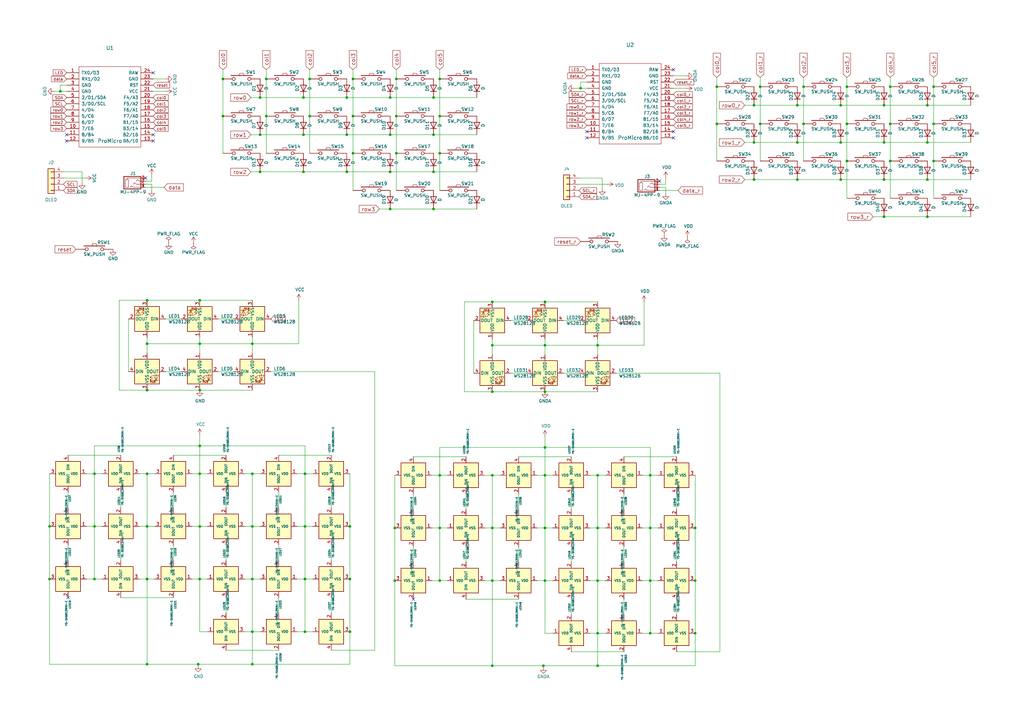
<source format=kicad_sch>
(kicad_sch (version 20211123) (generator eeschema)
  (paper "A3")
  (title_block (title "Corne Cherry") (date "2020-09-28") (rev "3.0.1") (company "foostan"))
  (junction (at 142.24 40.005))
  (junction (at 223.52 238.125))
  (junction (at 127 47.625))
  (junction (at 180.34 216.535))
  (junction (at 362.585 58.42))
  (junction (at 60.325 272.415))
  (junction (at 160.02 70.485))
  (junction (at 125.095 259.08))
  (junction (at 103.505 194.31))
  (junction (at 245.11 273.05))
  (junction (at 161.925 216.535))
  (junction (at 344.805 73.66))
  (junction (at 309.245 73.66))
  (junction (at 162.56 62.865))
  (junction (at 103.505 237.49))
  (junction (at 180.34 194.945))
  (junction (at 309.245 43.18))
  (junction (at 223.52 123.825))
  (junction (at 223.52 216.535))
  (junction (at 380.365 58.42))
  (junction (at 177.8 55.245))
  (junction (at 177.8 40.005))
  (junction (at 81.915 160.02))
  (junction (at 266.7 238.125))
  (junction (at 24.765 37.465))
  (junction (at 329.565 50.8))
  (junction (at 223.52 160.655))
  (junction (at 382.905 66.04))
  (junction (at 60.325 194.31))
  (junction (at 81.915 182.88))
  (junction (at 81.915 215.9))
  (junction (at 201.93 216.535))
  (junction (at 201.93 141.605))
  (junction (at 81.915 140.97))
  (junction (at 245.11 216.535))
  (junction (at 294.005 35.56))
  (junction (at 311.785 50.8))
  (junction (at 142.24 70.485))
  (junction (at 177.8 70.485))
  (junction (at 380.365 43.18))
  (junction (at 109.22 47.625))
  (junction (at 81.28 272.415))
  (junction (at 347.345 35.56))
  (junction (at 125.095 194.31))
  (junction (at 327.025 73.66))
  (junction (at 160.02 40.005))
  (junction (at 294.005 50.8))
  (junction (at 238.125 36.195))
  (junction (at 20.32 237.49))
  (junction (at 245.11 238.125))
  (junction (at 180.34 32.385))
  (junction (at 161.925 238.125))
  (junction (at 245.11 141.605))
  (junction (at 20.32 215.9))
  (junction (at 38.735 194.31))
  (junction (at 106.68 70.485))
  (junction (at 362.585 73.66))
  (junction (at 347.345 66.04))
  (junction (at 311.785 35.56))
  (junction (at 60.325 237.49))
  (junction (at 160.02 85.725))
  (junction (at 362.585 88.9))
  (junction (at 160.02 55.245))
  (junction (at 125.095 237.49))
  (junction (at 365.125 66.04))
  (junction (at 144.78 47.625))
  (junction (at 144.78 32.385))
  (junction (at 38.735 237.49))
  (junction (at 106.68 55.245))
  (junction (at 380.365 88.9))
  (junction (at 106.68 40.005))
  (junction (at 327.025 43.18))
  (junction (at 285.115 238.125))
  (junction (at 180.34 238.125))
  (junction (at 144.78 62.865))
  (junction (at 201.93 273.05))
  (junction (at 81.915 237.49))
  (junction (at 266.7 194.945))
  (junction (at 81.915 123.19))
  (junction (at 162.56 32.385))
  (junction (at 245.11 194.945))
  (junction (at 327.025 58.42))
  (junction (at 365.125 50.8))
  (junction (at 180.34 47.625))
  (junction (at 109.22 32.385))
  (junction (at 143.51 237.49))
  (junction (at 266.7 216.535))
  (junction (at 38.735 215.9))
  (junction (at 285.115 259.715))
  (junction (at 201.93 123.825))
  (junction (at 127 32.385))
  (junction (at 81.915 194.31))
  (junction (at 91.44 47.625))
  (junction (at 177.8 85.725))
  (junction (at 124.46 55.245))
  (junction (at 223.52 183.515))
  (junction (at 125.095 215.9))
  (junction (at 103.505 140.97))
  (junction (at 344.805 58.42))
  (junction (at 344.805 43.18))
  (junction (at 382.905 35.56))
  (junction (at 103.505 259.08))
  (junction (at 103.505 215.9))
  (junction (at 60.325 215.9))
  (junction (at 60.325 123.19))
  (junction (at 380.365 73.66))
  (junction (at 103.505 272.415))
  (junction (at 223.52 194.945))
  (junction (at 223.52 141.605))
  (junction (at 365.125 35.56))
  (junction (at 285.115 216.535))
  (junction (at 91.44 32.385))
  (junction (at 309.245 58.42))
  (junction (at 60.325 160.02))
  (junction (at 201.93 238.125))
  (junction (at 142.24 55.245))
  (junction (at 347.345 50.8))
  (junction (at 222.885 273.05))
  (junction (at 60.325 140.97))
  (junction (at 201.93 194.945))
  (junction (at 329.565 35.56))
  (junction (at 143.51 259.08))
  (junction (at 162.56 47.625))
  (junction (at 124.46 70.485))
  (junction (at 180.34 62.865))
  (junction (at 201.93 160.655))
  (junction (at 266.7 259.715))
  (junction (at 124.46 40.005))
  (junction (at 143.51 215.9))
  (junction (at 362.585 43.18))
  (junction (at 245.11 259.715))
  (junction (at 382.905 50.8))
  (no_connect (at 169.545 245.745))
  (no_connect (at 62.865 57.785))
  (no_connect (at 62.865 55.245))
  (no_connect (at 240.665 56.515))
  (no_connect (at 59.69 73.025))
  (no_connect (at 240.665 53.975))
  (no_connect (at 276.225 53.975))
  (no_connect (at 27.94 245.11))
  (no_connect (at 27.305 57.785))
  (no_connect (at 270.51 74.295))
  (no_connect (at 276.225 28.575))
  (no_connect (at 27.305 55.245))
  (no_connect (at 276.225 56.515))
  (no_connect (at 62.865 29.845))
  (wire (pts (xy 241.935 194.945) (xy 245.11 194.945)))
  (wire (pts (xy 311.785 50.8) (xy 311.785 66.04)))
  (wire (pts (xy 92.71 229.87) (xy 92.71 223.52)))
  (wire (pts (xy 91.44 28.575) (xy 91.44 32.385)))
  (wire (pts (xy 294.005 31.75) (xy 294.005 35.56)))
  (wire (pts (xy 234.315 208.915) (xy 234.315 202.565)))
  (wire (pts (xy 106.68 40.005) (xy 124.46 40.005)))
  (wire (pts (xy 201.93 141.605) (xy 223.52 141.605)))
  (wire (pts (xy 161.925 194.945) (xy 161.925 216.535)))
  (wire (pts (xy 38.735 237.49) (xy 38.735 215.9)))
  (wire (pts (xy 177.8 55.245) (xy 195.58 55.245)))
  (wire (pts (xy 26.035 73.025) (xy 34.925 73.025)))
  (wire (pts (xy 266.7 238.125) (xy 269.875 238.125)))
  (wire (pts (xy 255.905 224.155) (xy 255.905 230.505)))
  (wire (pts (xy 263.525 238.125) (xy 266.7 238.125)))
  (wire (pts (xy 71.12 245.11) (xy 49.53 245.11)))
  (wire (pts (xy 223.52 216.535) (xy 226.695 216.535)))
  (wire (pts (xy 241.935 238.125) (xy 245.11 238.125)))
  (wire (pts (xy 252.73 153.035) (xy 295.275 153.035)))
  (wire (pts (xy 91.44 32.385) (xy 91.44 47.625)))
  (wire (pts (xy 309.245 73.66) (xy 327.025 73.66)))
  (wire (pts (xy 143.51 259.08) (xy 143.51 272.415)))
  (wire (pts (xy 223.52 160.655) (xy 245.11 160.655)))
  (wire (pts (xy 103.505 140.97) (xy 122.555 140.97)))
  (wire (pts (xy 162.56 62.865) (xy 162.56 78.105)))
  (wire (pts (xy 33.655 70.485) (xy 26.035 70.485)))
  (wire (pts (xy 62.23 74.295) (xy 62.23 71.755)))
  (wire (pts (xy 125.095 182.88) (xy 81.915 182.88)))
  (wire (pts (xy 128.27 259.08) (xy 125.095 259.08)))
  (wire (pts (xy 111.125 152.4) (xy 153.67 152.4)))
  (wire (pts (xy 162.56 32.385) (xy 162.56 47.625)))
  (wire (pts (xy 125.095 237.49) (xy 125.095 215.9)))
  (wire (pts (xy 270.51 78.105) (xy 278.13 78.105)))
  (wire (pts (xy 71.12 208.28) (xy 71.12 201.93)))
  (wire (pts (xy 309.245 58.42) (xy 327.025 58.42)))
  (wire (pts (xy 380.365 58.42) (xy 398.145 58.42)))
  (wire (pts (xy 177.165 216.535) (xy 180.34 216.535)))
  (wire (pts (xy 237.49 73.025) (xy 247.015 73.025)))
  (wire (pts (xy 177.8 85.725) (xy 195.58 85.725)))
  (wire (pts (xy 81.915 237.49) (xy 81.915 259.08)))
  (wire (pts (xy 201.93 123.825) (xy 190.5 123.825)))
  (wire (pts (xy 223.52 141.605) (xy 223.52 145.415)))
  (wire (pts (xy 285.115 273.05) (xy 245.11 273.05)))
  (wire (pts (xy 60.325 160.02) (xy 81.915 160.02)))
  (wire (pts (xy 49.53 208.28) (xy 49.53 201.93)))
  (wire (pts (xy 124.46 70.485) (xy 142.24 70.485)))
  (wire (pts (xy 92.71 251.46) (xy 92.71 245.11)))
  (wire (pts (xy 106.68 70.485) (xy 124.46 70.485)))
  (wire (pts (xy 100.33 215.9) (xy 103.505 215.9)))
  (wire (pts (xy 180.34 216.535) (xy 180.34 194.945)))
  (wire (pts (xy 380.365 88.9) (xy 398.145 88.9)))
  (wire (pts (xy 183.515 238.125) (xy 180.34 238.125)))
  (wire (pts (xy 223.52 194.945) (xy 226.695 194.945)))
  (wire (pts (xy 125.095 194.31) (xy 121.92 194.31)))
  (wire (pts (xy 114.3 223.52) (xy 114.3 229.87)))
  (wire (pts (xy 220.345 216.535) (xy 223.52 216.535)))
  (wire (pts (xy 143.51 272.415) (xy 103.505 272.415)))
  (wire (pts (xy 382.905 66.04) (xy 382.905 81.28)))
  (wire (pts (xy 263.525 216.535) (xy 266.7 216.535)))
  (wire (pts (xy 245.11 238.125) (xy 248.285 238.125)))
  (wire (pts (xy 125.095 194.31) (xy 125.095 215.9)))
  (wire (pts (xy 277.495 224.155) (xy 277.495 230.505)))
  (wire (pts (xy 269.875 259.715) (xy 266.7 259.715)))
  (wire (pts (xy 125.095 259.08) (xy 125.095 237.49)))
  (wire (pts (xy 38.735 194.31) (xy 41.91 194.31)))
  (wire (pts (xy 20.32 237.49) (xy 20.32 272.415)))
  (wire (pts (xy 144.78 62.865) (xy 144.78 78.105)))
  (wire (pts (xy 241.935 216.535) (xy 245.11 216.535)))
  (wire (pts (xy 27.305 34.925) (xy 24.765 34.925)))
  (wire (pts (xy 33.655 74.93) (xy 33.655 70.485)))
  (wire (pts (xy 191.135 230.505) (xy 191.135 224.155)))
  (wire (pts (xy 161.925 238.125) (xy 161.925 273.05)))
  (wire (pts (xy 234.315 230.505) (xy 234.315 224.155)))
  (wire (pts (xy 81.915 237.49) (xy 85.09 237.49)))
  (wire (pts (xy 106.68 259.08) (xy 103.505 259.08)))
  (wire (pts (xy 198.755 216.535) (xy 201.93 216.535)))
  (wire (pts (xy 329.565 31.75) (xy 329.565 35.56)))
  (wire (pts (xy 380.365 43.18) (xy 398.145 43.18)))
  (wire (pts (xy 237.49 75.565) (xy 248.92 75.565)))
  (wire (pts (xy 127 32.385) (xy 127 47.625)))
  (wire (pts (xy 102.87 40.005) (xy 106.68 40.005)))
  (wire (pts (xy 177.8 70.485) (xy 195.58 70.485)))
  (wire (pts (xy 223.52 183.515) (xy 180.34 183.515)))
  (wire (pts (xy 128.27 194.31) (xy 125.095 194.31)))
  (wire (pts (xy 266.7 194.945) (xy 263.525 194.945)))
  (wire (pts (xy 60.325 123.19) (xy 48.895 123.19)))
  (wire (pts (xy 22.225 37.465) (xy 24.765 37.465)))
  (wire (pts (xy 201.93 273.05) (xy 222.885 273.05)))
  (wire (pts (xy 124.46 55.245) (xy 142.24 55.245)))
  (wire (pts (xy 92.71 186.69) (xy 71.12 186.69)))
  (wire (pts (xy 169.545 224.155) (xy 169.545 230.505)))
  (wire (pts (xy 180.34 47.625) (xy 180.34 62.865)))
  (wire (pts (xy 234.315 187.325) (xy 212.725 187.325)))
  (wire (pts (xy 223.52 123.825) (xy 201.93 123.825)))
  (wire (pts (xy 240.665 33.655) (xy 238.125 33.655)))
  (wire (pts (xy 266.7 259.715) (xy 263.525 259.715)))
  (wire (pts (xy 223.52 238.125) (xy 226.695 238.125)))
  (wire (pts (xy 59.69 75.565) (xy 62.23 75.565)))
  (wire (pts (xy 62.865 32.385) (xy 67.945 32.385)))
  (wire (pts (xy 24.765 34.925) (xy 24.765 37.465)))
  (wire (pts (xy 81.915 182.88) (xy 38.735 182.88)))
  (wire (pts (xy 212.725 245.745) (xy 191.135 245.745)))
  (wire (pts (xy 161.925 216.535) (xy 161.925 238.125)))
  (wire (pts (xy 237.49 131.445) (xy 231.14 131.445)))
  (wire (pts (xy 38.735 215.9) (xy 41.91 215.9)))
  (wire (pts (xy 305.435 58.42) (xy 309.245 58.42)))
  (wire (pts (xy 277.495 245.745) (xy 277.495 252.095)))
  (wire (pts (xy 245.11 216.535) (xy 248.285 216.535)))
  (wire (pts (xy 177.165 238.125) (xy 180.34 238.125)))
  (wire (pts (xy 153.67 266.7) (xy 135.89 266.7)))
  (wire (pts (xy 143.51 194.31) (xy 143.51 215.9)))
  (wire (pts (xy 92.71 208.28) (xy 92.71 201.93)))
  (wire (pts (xy 60.325 272.415) (xy 81.28 272.415)))
  (wire (pts (xy 143.51 215.9) (xy 143.51 237.49)))
  (wire (pts (xy 344.805 43.18) (xy 362.585 43.18)))
  (wire (pts (xy 48.895 123.19) (xy 48.895 160.02)))
  (wire (pts (xy 180.34 194.945) (xy 180.34 183.515)))
  (wire (pts (xy 91.44 47.625) (xy 91.44 62.865)))
  (wire (pts (xy 177.165 194.945) (xy 180.34 194.945)))
  (wire (pts (xy 362.585 73.66) (xy 380.365 73.66)))
  (wire (pts (xy 305.435 43.18) (xy 309.245 43.18)))
  (wire (pts (xy 144.78 28.575) (xy 144.78 32.385)))
  (wire (pts (xy 81.915 215.9) (xy 81.915 194.31)))
  (wire (pts (xy 59.69 76.835) (xy 67.31 76.835)))
  (wire (pts (xy 365.125 35.56) (xy 365.125 50.8)))
  (wire (pts (xy 155.575 85.725) (xy 160.02 85.725)))
  (wire (pts (xy 201.93 238.125) (xy 201.93 273.05)))
  (wire (pts (xy 109.22 47.625) (xy 109.22 62.865)))
  (wire (pts (xy 81.28 272.415) (xy 81.28 273.05)))
  (wire (pts (xy 81.915 194.31) (xy 81.915 182.88)))
  (wire (pts (xy 59.69 74.295) (xy 62.23 74.295)))
  (wire (pts (xy 60.325 138.43) (xy 60.325 140.97)))
  (wire (pts (xy 103.505 138.43) (xy 103.505 140.97)))
  (wire (pts (xy 60.325 237.49) (xy 60.325 272.415)))
  (wire (pts (xy 223.52 179.07) (xy 223.52 183.515)))
  (wire (pts (xy 220.345 194.945) (xy 223.52 194.945)))
  (wire (pts (xy 124.46 40.005) (xy 142.24 40.005)))
  (wire (pts (xy 41.91 237.49) (xy 38.735 237.49)))
  (wire (pts (xy 160.02 40.005) (xy 177.8 40.005)))
  (wire (pts (xy 276.225 31.115) (xy 281.305 31.115)))
  (wire (pts (xy 255.905 245.745) (xy 255.905 252.095)))
  (wire (pts (xy 201.93 216.535) (xy 205.105 216.535)))
  (wire (pts (xy 255.905 202.565) (xy 255.905 208.915)))
  (wire (pts (xy 347.345 31.75) (xy 347.345 35.56)))
  (wire (pts (xy 294.005 35.56) (xy 294.005 50.8)))
  (wire (pts (xy 329.565 50.8) (xy 329.565 66.04)))
  (wire (pts (xy 121.92 237.49) (xy 125.095 237.49)))
  (wire (pts (xy 309.245 43.18) (xy 327.025 43.18)))
  (wire (pts (xy 311.785 31.75) (xy 311.785 35.56)))
  (wire (pts (xy 20.32 194.31) (xy 20.32 215.9)))
  (wire (pts (xy 270.51 75.565) (xy 273.05 75.565)))
  (wire (pts (xy 245.11 216.535) (xy 245.11 238.125)))
  (wire (pts (xy 135.89 186.69) (xy 114.3 186.69)))
  (wire (pts (xy 48.895 160.02) (xy 60.325 160.02)))
  (wire (pts (xy 153.67 152.4) (xy 153.67 266.7)))
  (wire (pts (xy 135.89 245.11) (xy 135.89 251.46)))
  (wire (pts (xy 180.34 216.535) (xy 183.515 216.535)))
  (wire (pts (xy 180.34 194.945) (xy 183.515 194.945)))
  (wire (pts (xy 295.275 267.335) (xy 277.495 267.335)))
  (wire (pts (xy 201.93 238.125) (xy 205.105 238.125)))
  (wire (pts (xy 125.095 259.08) (xy 121.92 259.08)))
  (wire (pts (xy 347.345 66.04) (xy 347.345 81.28)))
  (wire (pts (xy 191.135 187.325) (xy 169.545 187.325)))
  (wire (pts (xy 35.56 194.31) (xy 38.735 194.31)))
  (wire (pts (xy 285.115 259.715) (xy 285.115 273.05)))
  (wire (pts (xy 81.28 272.415) (xy 103.505 272.415)))
  (wire (pts (xy 125.095 182.88) (xy 125.095 194.31)))
  (wire (pts (xy 60.325 140.97) (xy 60.325 144.78)))
  (wire (pts (xy 215.9 131.445) (xy 209.55 131.445)))
  (wire (pts (xy 222.885 273.05) (xy 245.11 273.05)))
  (wire (pts (xy 35.56 215.9) (xy 38.735 215.9)))
  (wire (pts (xy 81.915 178.435) (xy 81.915 182.88)))
  (wire (pts (xy 103.505 140.97) (xy 103.505 144.78)))
  (wire (pts (xy 223.52 194.945) (xy 223.52 183.515)))
  (wire (pts (xy 35.56 237.49) (xy 38.735 237.49)))
  (wire (pts (xy 160.02 85.725) (xy 177.8 85.725)))
  (wire (pts (xy 223.52 238.125) (xy 223.52 216.535)))
  (wire (pts (xy 122.555 140.97) (xy 122.555 123.19)))
  (wire (pts (xy 327.025 73.66) (xy 344.805 73.66)))
  (wire (pts (xy 177.8 40.005) (xy 195.58 40.005)))
  (wire (pts (xy 57.15 215.9) (xy 60.325 215.9)))
  (wire (pts (xy 114.3 245.11) (xy 114.3 251.46)))
  (wire (pts (xy 201.93 216.535) (xy 201.93 238.125)))
  (wire (pts (xy 201.93 141.605) (xy 201.93 145.415)))
  (wire (pts (xy 74.295 130.81) (xy 67.945 130.81)))
  (wire (pts (xy 144.78 32.385) (xy 144.78 47.625)))
  (wire (pts (xy 362.585 58.42) (xy 380.365 58.42)))
  (wire (pts (xy 191.135 208.915) (xy 191.135 202.565)))
  (wire (pts (xy 273.05 75.565) (xy 273.05 73.025)))
  (wire (pts (xy 57.15 194.31) (xy 60.325 194.31)))
  (wire (pts (xy 114.3 201.93) (xy 114.3 208.28)))
  (wire (pts (xy 245.11 259.715) (xy 245.11 273.05)))
  (wire (pts (xy 60.325 237.49) (xy 63.5 237.49)))
  (wire (pts (xy 106.68 55.245) (xy 124.46 55.245)))
  (wire (pts (xy 277.495 202.565) (xy 277.495 208.915)))
  (wire (pts (xy 38.735 215.9) (xy 38.735 194.31)))
  (wire (pts (xy 103.505 123.19) (xy 81.915 123.19)))
  (wire (pts (xy 266.7 183.515) (xy 223.52 183.515)))
  (wire (pts (xy 198.755 238.125) (xy 201.93 238.125)))
  (wire (pts (xy 295.275 153.035) (xy 295.275 267.335)))
  (wire (pts (xy 245.11 259.715) (xy 241.935 259.715)))
  (wire (pts (xy 201.93 273.05) (xy 161.925 273.05)))
  (wire (pts (xy 201.93 194.945) (xy 201.93 216.535)))
  (wire (pts (xy 205.105 194.945) (xy 201.93 194.945)))
  (wire (pts (xy 60.325 140.97) (xy 81.915 140.97)))
  (wire (pts (xy 106.68 194.31) (xy 103.505 194.31)))
  (wire (pts (xy 81.915 259.08) (xy 85.09 259.08)))
  (wire (pts (xy 194.31 131.445) (xy 194.31 153.035)))
  (wire (pts (xy 27.94 223.52) (xy 27.94 229.87)))
  (wire (pts (xy 266.7 259.715) (xy 266.7 238.125)))
  (wire (pts (xy 245.11 123.825) (xy 223.52 123.825)))
  (wire (pts (xy 234.315 252.095) (xy 234.315 245.745)))
  (wire (pts (xy 311.785 35.56) (xy 311.785 50.8)))
  (wire (pts (xy 223.52 238.125) (xy 223.52 259.715)))
  (wire (pts (xy 209.55 153.035) (xy 215.9 153.035)))
  (wire (pts (xy 365.125 66.04) (xy 365.125 81.28)))
  (wire (pts (xy 109.22 32.385) (xy 109.22 47.625)))
  (wire (pts (xy 247.015 73.025) (xy 247.015 77.47)))
  (wire (pts (xy 362.585 43.18) (xy 380.365 43.18)))
  (wire (pts (xy 245.11 139.065) (xy 245.11 141.605)))
  (wire (pts (xy 103.505 259.08) (xy 103.505 272.415)))
  (wire (pts (xy 277.495 187.325) (xy 255.905 187.325)))
  (wire (pts (xy 266.7 183.515) (xy 266.7 194.945)))
  (wire (pts (xy 222.885 273.05) (xy 222.885 273.685)))
  (wire (pts (xy 103.505 194.31) (xy 103.505 215.9)))
  (wire (pts (xy 285.115 194.945) (xy 285.115 216.535)))
  (wire (pts (xy 63.5 194.31) (xy 60.325 194.31)))
  (wire (pts (xy 114.3 266.7) (xy 92.71 266.7)))
  (wire (pts (xy 81.915 140.97) (xy 81.915 144.78)))
  (wire (pts (xy 20.32 215.9) (xy 20.32 237.49)))
  (wire (pts (xy 266.7 194.945) (xy 266.7 216.535)))
  (wire (pts (xy 125.095 215.9) (xy 128.27 215.9)))
  (wire (pts (xy 109.22 28.575) (xy 109.22 32.385)))
  (wire (pts (xy 60.325 194.31) (xy 60.325 215.9)))
  (wire (pts (xy 81.915 237.49) (xy 81.915 215.9)))
  (wire (pts (xy 285.115 216.535) (xy 285.115 238.125)))
  (wire (pts (xy 382.905 31.75) (xy 382.905 35.56)))
  (wire (pts (xy 49.53 229.87) (xy 49.53 223.52)))
  (wire (pts (xy 190.5 160.655) (xy 201.93 160.655)))
  (wire (pts (xy 95.885 130.81) (xy 89.535 130.81)))
  (wire (pts (xy 362.585 88.9) (xy 380.365 88.9)))
  (wire (pts (xy 248.285 259.715) (xy 245.11 259.715)))
  (wire (pts (xy 223.52 259.715) (xy 226.695 259.715)))
  (wire (pts (xy 344.805 58.42) (xy 362.585 58.42)))
  (wire (pts (xy 212.725 224.155) (xy 212.725 230.505)))
  (wire (pts (xy 238.125 36.195) (xy 240.665 36.195)))
  (wire (pts (xy 81.915 138.43) (xy 81.915 140.97)))
  (wire (pts (xy 127 47.625) (xy 127 62.865)))
  (wire (pts (xy 266.7 216.535) (xy 269.875 216.535)))
  (wire (pts (xy 103.505 259.08) (xy 100.33 259.08)))
  (wire (pts (xy 78.74 237.49) (xy 81.915 237.49)))
  (wire (pts (xy 60.325 272.415) (xy 20.32 272.415)))
  (wire (pts (xy 190.5 123.825) (xy 190.5 160.655)))
  (wire (pts (xy 121.92 215.9) (xy 125.095 215.9)))
  (wire (pts (xy 100.33 237.49) (xy 103.505 237.49)))
  (wire (pts (xy 125.095 237.49) (xy 128.27 237.49)))
  (wire (pts (xy 142.24 40.005) (xy 160.02 40.005)))
  (wire (pts (xy 103.505 237.49) (xy 103.505 259.08)))
  (wire (pts (xy 78.74 194.31) (xy 81.915 194.31)))
  (wire (pts (xy 347.345 50.8) (xy 347.345 66.04)))
  (wire (pts (xy 81.915 140.97) (xy 103.505 140.97)))
  (wire (pts (xy 60.325 215.9) (xy 60.325 237.49)))
  (wire (pts (xy 169.545 202.565) (xy 169.545 208.915)))
  (wire (pts (xy 62.23 75.565) (xy 62.23 78.105)))
  (wire (pts (xy 143.51 237.49) (xy 143.51 259.08)))
  (wire (pts (xy 71.12 223.52) (xy 71.12 229.87)))
  (wire (pts (xy 223.52 141.605) (xy 245.11 141.605)))
  (wire (pts (xy 382.905 50.8) (xy 382.905 66.04)))
  (wire (pts (xy 276.225 36.195) (xy 281.305 36.195)))
  (wire (pts (xy 347.345 35.56) (xy 347.345 50.8)))
  (wire (pts (xy 27.94 201.93) (xy 27.94 208.28)))
  (wire (pts (xy 62.865 37.465) (xy 67.945 37.465)))
  (wire (pts (xy 220.345 238.125) (xy 223.52 238.125)))
  (wire (pts (xy 270.51 76.835) (xy 273.05 76.835)))
  (wire (pts (xy 89.535 152.4) (xy 95.885 152.4)))
  (wire (pts (xy 273.05 76.835) (xy 273.05 79.375)))
  (wire (pts (xy 198.755 194.945) (xy 201.93 194.945)))
  (wire (pts (xy 144.78 47.625) (xy 144.78 62.865)))
  (wire (pts (xy 135.89 223.52) (xy 135.89 229.87)))
  (wire (pts (xy 327.025 58.42) (xy 344.805 58.42)))
  (wire (pts (xy 223.52 216.535) (xy 223.52 194.945)))
  (wire (pts (xy 344.805 73.66) (xy 362.585 73.66)))
  (wire (pts (xy 255.905 267.335) (xy 234.315 267.335)))
  (wire (pts (xy 162.56 28.575) (xy 162.56 32.385)))
  (wire (pts (xy 102.87 70.485) (xy 106.68 70.485)))
  (wire (pts (xy 248.285 194.945) (xy 245.11 194.945)))
  (wire (pts (xy 285.115 238.125) (xy 285.115 259.715)))
  (wire (pts (xy 382.905 35.56) (xy 382.905 50.8)))
  (wire (pts (xy 305.435 73.66) (xy 309.245 73.66)))
  (wire (pts (xy 160.02 70.485) (xy 177.8 70.485)))
  (wire (pts (xy 49.53 186.69) (xy 27.94 186.69)))
  (wire (pts (xy 201.93 139.065) (xy 201.93 141.605)))
  (wire (pts (xy 81.915 160.02) (xy 103.505 160.02)))
  (wire (pts (xy 365.125 50.8) (xy 365.125 66.04)))
  (wire (pts (xy 180.34 238.125) (xy 180.34 216.535)))
  (wire (pts (xy 201.93 160.655) (xy 223.52 160.655)))
  (wire (pts (xy 142.24 70.485) (xy 160.02 70.485)))
  (wire (pts (xy 212.725 208.915) (xy 212.725 202.565)))
  (wire (pts (xy 67.945 152.4) (xy 74.295 152.4)))
  (wire (pts (xy 245.11 238.125) (xy 245.11 259.715)))
  (wire (pts (xy 380.365 73.66) (xy 398.145 73.66)))
  (wire (pts (xy 102.87 55.245) (xy 106.68 55.245)))
  (wire (pts (xy 365.125 31.75) (xy 365.125 35.56)))
  (wire (pts (xy 81.915 123.19) (xy 60.325 123.19)))
  (wire (pts (xy 103.505 215.9) (xy 103.505 237.49)))
  (wire (pts (xy 235.585 36.195) (xy 238.125 36.195)))
  (wire (pts (xy 127 28.575) (xy 127 32.385)))
  (wire (pts (xy 38.735 194.31) (xy 38.735 182.88)))
  (wire (pts (xy 269.875 194.945) (xy 266.7 194.945)))
  (wire (pts (xy 245.11 141.605) (xy 245.11 145.415)))
  (wire (pts (xy 358.14 88.9) (xy 362.585 88.9)))
  (wire (pts (xy 103.505 215.9) (xy 106.68 215.9)))
  (wire (pts (xy 135.89 201.93) (xy 135.89 208.28)))
  (wire (pts (xy 100.33 194.31) (xy 103.505 194.31)))
  (wire (pts (xy 180.34 32.385) (xy 180.34 47.625)))
  (wire (pts (xy 231.14 153.035) (xy 237.49 153.035)))
  (wire (pts (xy 266.7 238.125) (xy 266.7 216.535)))
  (wire (pts (xy 81.915 194.31) (xy 85.09 194.31)))
  (wire (pts (xy 162.56 47.625) (xy 162.56 62.865)))
  (wire (pts (xy 57.15 237.49) (xy 60.325 237.49)))
  (wire (pts (xy 329.565 35.56) (xy 329.565 50.8)))
  (wire (pts (xy 24.765 37.465) (xy 27.305 37.465)))
  (wire (pts (xy 103.505 237.49) (xy 106.68 237.49)))
  (wire (pts (xy 245.11 194.945) (xy 245.11 216.535)))
  (wire (pts (xy 142.24 55.245) (xy 160.02 55.245)))
  (wire (pts (xy 294.005 50.8) (xy 294.005 66.04)))
  (wire (pts (xy 264.16 141.605) (xy 264.16 123.825)))
  (wire (pts (xy 223.52 139.065) (xy 223.52 141.605)))
  (wire (pts (xy 60.325 215.9) (xy 63.5 215.9)))
  (wire (pts (xy 160.02 55.245) (xy 177.8 55.245)))
  (wire (pts (xy 180.34 62.865) (xy 180.34 78.105)))
  (wire (pts (xy 81.915 215.9) (xy 85.09 215.9)))
  (wire (pts (xy 78.74 215.9) (xy 81.915 215.9)))
  (wire (pts (xy 327.025 43.18) (xy 344.805 43.18)))
  (wire (pts (xy 52.705 130.81) (xy 52.705 152.4)))
  (wire (pts (xy 238.125 33.655) (xy 238.125 36.195)))
  (wire (pts (xy 180.34 28.575) (xy 180.34 32.385)))
  (wire (pts (xy 245.11 141.605) (xy 264.16 141.605)))
  (global_label "col4" (shape input) (at 62.865 50.165 0) (effects (font (size 1.1938 1.1938))) (property "Intersheet References" "${INTERSHEET_REFS}" (effects hide)))
  (global_label "row3_r" (shape input) (at 358.14 88.9 180) (effects (font (size 1.524 1.524))) (property "Intersheet References" "${INTERSHEET_REFS}" (effects hide)))
  (global_label "col5_r" (shape input) (at 276.225 51.435 0) (effects (font (size 1.1938 1.1938))) (property "Intersheet References" "${INTERSHEET_REFS}" (effects hide)))
  (global_label "col0" (shape input) (at 91.44 28.575 90) (effects (font (size 1.524 1.524))) (property "Intersheet References" "${INTERSHEET_REFS}" (effects hide)))
  (global_label "SCL_r" (shape input) (at 237.49 78.105 0) (effects (font (size 1.1938 1.1938))) (property "Intersheet References" "${INTERSHEET_REFS}" (effects hide)))
  (global_label "LED" (shape input) (at 27.305 29.845 180) (effects (font (size 1.1938 1.1938))) (property "Intersheet References" "${INTERSHEET_REFS}" (effects hide)))
  (global_label "reset" (shape input) (at 31.115 102.235 180) (effects (font (size 1.524 1.524))) (property "Intersheet References" "${INTERSHEET_REFS}" (effects hide)))
  (global_label "col1" (shape input) (at 109.22 28.575 90) (effects (font (size 1.524 1.524))) (property "Intersheet References" "${INTERSHEET_REFS}" (effects hide)))
  (global_label "row0" (shape input) (at 102.87 40.005 180) (effects (font (size 1.524 1.524))) (property "Intersheet References" "${INTERSHEET_REFS}" (effects hide)))
  (global_label "data" (shape input) (at 27.305 32.385 180) (effects (font (size 1.1938 1.1938))) (property "Intersheet References" "${INTERSHEET_REFS}" (effects hide)))
  (global_label "col2_r" (shape input) (at 276.225 43.815 0) (effects (font (size 1.1938 1.1938))) (property "Intersheet References" "${INTERSHEET_REFS}" (effects hide)))
  (global_label "data_r" (shape input) (at 240.665 31.115 180) (effects (font (size 1.1938 1.1938))) (property "Intersheet References" "${INTERSHEET_REFS}" (effects hide)))
  (global_label "row1_r" (shape input) (at 305.435 58.42 180) (effects (font (size 1.524 1.524))) (property "Intersheet References" "${INTERSHEET_REFS}" (effects hide)))
  (global_label "col5" (shape input) (at 62.865 52.705 0) (effects (font (size 1.1938 1.1938))) (property "Intersheet References" "${INTERSHEET_REFS}" (effects hide)))
  (global_label "col3" (shape input) (at 62.865 47.625 0) (effects (font (size 1.1938 1.1938))) (property "Intersheet References" "${INTERSHEET_REFS}" (effects hide)))
  (global_label "row2" (shape input) (at 102.87 70.485 180) (effects (font (size 1.524 1.524))) (property "Intersheet References" "${INTERSHEET_REFS}" (effects hide)))
  (global_label "LED_r" (shape input) (at 252.73 131.445 0) (property "Intersheet References" "${INTERSHEET_REFS}" (effects hide)))
  (global_label "col1" (shape input) (at 62.865 42.545 0) (effects (font (size 1.1938 1.1938))) (property "Intersheet References" "${INTERSHEET_REFS}" (effects hide)))
  (global_label "data_r" (shape input) (at 278.13 78.105 0) (effects (font (size 1.524 1.524))) (property "Intersheet References" "${INTERSHEET_REFS}" (effects hide)))
  (global_label "LED_r" (shape input) (at 240.665 28.575 180) (effects (font (size 1.1938 1.1938))) (property "Intersheet References" "${INTERSHEET_REFS}" (effects hide)))
  (global_label "SCL" (shape input) (at 26.035 75.565 0) (effects (font (size 1.1938 1.1938))) (property "Intersheet References" "${INTERSHEET_REFS}" (effects hide)))
  (global_label "row1" (shape input) (at 102.87 55.245 180) (effects (font (size 1.524 1.524))) (property "Intersheet References" "${INTERSHEET_REFS}" (effects hide)))
  (global_label "SDA" (shape input) (at 26.035 78.105 0) (effects (font (size 1.1938 1.1938))) (property "Intersheet References" "${INTERSHEET_REFS}" (effects hide)))
  (global_label "col3_r" (shape input) (at 276.225 46.355 0) (effects (font (size 1.1938 1.1938))) (property "Intersheet References" "${INTERSHEET_REFS}" (effects hide)))
  (global_label "reset" (shape input) (at 62.865 34.925 0) (effects (font (size 1.1938 1.1938))) (property "Intersheet References" "${INTERSHEET_REFS}" (effects hide)))
  (global_label "col2" (shape input) (at 127 28.575 90) (effects (font (size 1.524 1.524))) (property "Intersheet References" "${INTERSHEET_REFS}" (effects hide)))
  (global_label "SCL_r" (shape input) (at 240.665 41.275 180) (effects (font (size 1.1938 1.1938))) (property "Intersheet References" "${INTERSHEET_REFS}" (effects hide)))
  (global_label "row1_r" (shape input) (at 240.665 46.355 180) (effects (font (size 1.1938 1.1938))) (property "Intersheet References" "${INTERSHEET_REFS}" (effects hide)))
  (global_label "row1" (shape input) (at 27.305 47.625 180) (effects (font (size 1.1938 1.1938))) (property "Intersheet References" "${INTERSHEET_REFS}" (effects hide)))
  (global_label "col0_r" (shape input) (at 294.005 31.75 90) (effects (font (size 1.524 1.524))) (property "Intersheet References" "${INTERSHEET_REFS}" (effects hide)))
  (global_label "row0_r" (shape input) (at 305.435 43.18 180) (effects (font (size 1.524 1.524))) (property "Intersheet References" "${INTERSHEET_REFS}" (effects hide)))
  (global_label "row2" (shape input) (at 27.305 50.165 180) (effects (font (size 1.1938 1.1938))) (property "Intersheet References" "${INTERSHEET_REFS}" (effects hide)))
  (global_label "row0" (shape input) (at 27.305 45.085 180) (effects (font (size 1.1938 1.1938))) (property "Intersheet References" "${INTERSHEET_REFS}" (effects hide)))
  (global_label "col4_r" (shape input) (at 276.225 48.895 0) (effects (font (size 1.1938 1.1938))) (property "Intersheet References" "${INTERSHEET_REFS}" (effects hide)))
  (global_label "col0_r" (shape input) (at 276.225 38.735 0) (effects (font (size 1.1938 1.1938))) (property "Intersheet References" "${INTERSHEET_REFS}" (effects hide)))
  (global_label "col5_r" (shape input) (at 382.905 31.75 90) (effects (font (size 1.524 1.524))) (property "Intersheet References" "${INTERSHEET_REFS}" (effects hide)))
  (global_label "col5" (shape input) (at 180.34 28.575 90) (effects (font (size 1.524 1.524))) (property "Intersheet References" "${INTERSHEET_REFS}" (effects hide)))
  (global_label "SCL" (shape input) (at 27.305 42.545 180) (effects (font (size 1.1938 1.1938))) (property "Intersheet References" "${INTERSHEET_REFS}" (effects hide)))
  (global_label "reset_r" (shape input) (at 238.125 99.06 180) (effects (font (size 1.524 1.524))) (property "Intersheet References" "${INTERSHEET_REFS}" (effects hide)))
  (global_label "col1_r" (shape input) (at 276.225 41.275 0) (effects (font (size 1.1938 1.1938))) (property "Intersheet References" "${INTERSHEET_REFS}" (effects hide)))
  (global_label "row3_r" (shape input) (at 240.665 51.435 180) (effects (font (size 1.1938 1.1938))) (property "Intersheet References" "${INTERSHEET_REFS}" (effects hide)))
  (global_label "row3" (shape input) (at 155.575 85.725 180) (effects (font (size 1.524 1.524))) (property "Intersheet References" "${INTERSHEET_REFS}" (effects hide)))
  (global_label "row0_r" (shape input) (at 240.665 43.815 180) (effects (font (size 1.1938 1.1938))) (property "Intersheet References" "${INTERSHEET_REFS}" (effects hide)))
  (global_label "col4" (shape input) (at 162.56 28.575 90) (effects (font (size 1.524 1.524))) (property "Intersheet References" "${INTERSHEET_REFS}" (effects hide)))
  (global_label "col4_r" (shape input) (at 365.125 31.75 90) (effects (font (size 1.524 1.524))) (property "Intersheet References" "${INTERSHEET_REFS}" (effects hide)))
  (global_label "col1_r" (shape input) (at 311.785 31.75 90) (effects (font (size 1.524 1.524))) (property "Intersheet References" "${INTERSHEET_REFS}" (effects hide)))
  (global_label "row2_r" (shape input) (at 305.435 73.66 180) (effects (font (size 1.524 1.524))) (property "Intersheet References" "${INTERSHEET_REFS}" (effects hide)))
  (global_label "SDA_r" (shape input) (at 240.665 38.735 180) (effects (font (size 1.1938 1.1938))) (property "Intersheet References" "${INTERSHEET_REFS}" (effects hide)))
  (global_label "col2" (shape input) (at 62.865 45.085 0) (effects (font (size 1.1938 1.1938))) (property "Intersheet References" "${INTERSHEET_REFS}" (effects hide)))
  (global_label "SDA" (shape input) (at 27.305 40.005 180) (effects (font (size 1.1938 1.1938))) (property "Intersheet References" "${INTERSHEET_REFS}" (effects hide)))
  (global_label "row2_r" (shape input) (at 240.665 48.895 180) (effects (font (size 1.1938 1.1938))) (property "Intersheet References" "${INTERSHEET_REFS}" (effects hide)))
  (global_label "col2_r" (shape input) (at 329.565 31.75 90) (effects (font (size 1.524 1.524))) (property "Intersheet References" "${INTERSHEET_REFS}" (effects hide)))
  (global_label "col0" (shape input) (at 62.865 40.005 0) (effects (font (size 1.1938 1.1938))) (property "Intersheet References" "${INTERSHEET_REFS}" (effects hide)))
  (global_label "col3_r" (shape input) (at 347.345 31.75 90) (effects (font (size 1.524 1.524))) (property "Intersheet References" "${INTERSHEET_REFS}" (effects hide)))
  (global_label "reset_r" (shape input) (at 276.225 33.655 0) (effects (font (size 1.1938 1.1938))) (property "Intersheet References" "${INTERSHEET_REFS}" (effects hide)))
  (global_label "SDA_r" (shape input) (at 237.49 80.645 0) (effects (font (size 1.1938 1.1938))) (property "Intersheet References" "${INTERSHEET_REFS}" (effects hide)))
  (global_label "LED" (shape input) (at 111.125 130.81 0) (property "Intersheet References" "${INTERSHEET_REFS}" (effects hide)))
  (global_label "col3" (shape input) (at 144.78 28.575 90) (effects (font (size 1.524 1.524))) (property "Intersheet References" "${INTERSHEET_REFS}" (effects hide)))
  (global_label "row3" (shape input) (at 27.305 52.705 180) (effects (font (size 1.1938 1.1938))) (property "Intersheet References" "${INTERSHEET_REFS}" (effects hide)))
  (global_label "data" (shape input) (at 67.31 76.835 0) (effects (font (size 1.524 1.524))) (property "Intersheet References" "${INTERSHEET_REFS}" (effects hide)))
  (symbol (lib_id "kbd:ProMicro") (at 45.085 43.815 0) (unit 1)
    (property "Reference" "U1" (at 45.085 19.685 0) (effects (font (size 1.524 1.524))))
    (property "Value" "ProMicro" (at 45.085 57.785 0) (effects (font (size 1.524 1.524))))
    (property "Footprint" "kbd:ProMicro_v3" (effects hide))
  )
  (symbol (lib_id "kbd:SW_PUSH") (at 116.84 32.385 0) (unit 1)
    (property "Reference" "SW2" (at 120.65 29.591 0))
    (property "Value" "SW_PUSH" (at 116.84 34.417 0))
    (property "Footprint" "kbd:CherryMX_Hotswap" (effects hide))
  )
  (symbol (lib_id "Device:D") (at 124.46 36.195 90) (unit 1)
    (property "Reference" "D2" (at 121.92 36.195 0))
    (property "Value" "D" (at 127 36.195 0))
    (property "Footprint" "kbd:D3_SMD_v2" (effects hide))
  )
  (symbol (lib_id "kbd:SW_PUSH") (at 134.62 32.385 0) (unit 1)
    (property "Reference" "SW3" (at 138.43 29.591 0))
    (property "Value" "SW_PUSH" (at 134.62 34.417 0))
    (property "Footprint" "kbd:CherryMX_Hotswap" (effects hide))
  )
  (symbol (lib_id "Device:D") (at 142.24 36.195 90) (unit 1)
    (property "Reference" "D3" (at 139.7 36.195 0))
    (property "Value" "D" (at 144.78 36.195 0))
    (property "Footprint" "kbd:D3_SMD_v2" (effects hide))
  )
  (symbol (lib_id "kbd:SW_PUSH") (at 152.4 32.385 0) (unit 1)
    (property "Reference" "SW4" (at 156.21 29.591 0))
    (property "Value" "SW_PUSH" (at 152.4 34.417 0))
    (property "Footprint" "kbd:CherryMX_Hotswap" (effects hide))
  )
  (symbol (lib_id "kbd:SW_PUSH") (at 170.18 32.385 0) (unit 1)
    (property "Reference" "SW5" (at 173.99 29.591 0))
    (property "Value" "SW_PUSH" (at 170.18 34.417 0))
    (property "Footprint" "kbd:CherryMX_Hotswap" (effects hide))
  )
  (symbol (lib_id "kbd:SW_PUSH") (at 187.96 32.385 0) (unit 1)
    (property "Reference" "SW6" (at 191.77 29.591 0))
    (property "Value" "SW_PUSH" (at 187.96 34.417 0))
    (property "Footprint" "kbd:CherryMX_Hotswap" (effects hide))
  )
  (symbol (lib_id "Device:D") (at 160.02 36.195 90) (unit 1)
    (property "Reference" "D4" (at 157.48 36.195 0))
    (property "Value" "D" (at 162.56 36.195 0))
    (property "Footprint" "kbd:D3_SMD_v2" (effects hide))
  )
  (symbol (lib_id "Device:D") (at 177.8 36.195 90) (unit 1)
    (property "Reference" "D5" (at 175.26 36.195 0))
    (property "Value" "D" (at 180.34 36.195 0))
    (property "Footprint" "kbd:D3_SMD_v2" (effects hide))
  )
  (symbol (lib_id "Device:D") (at 195.58 36.195 90) (unit 1)
    (property "Reference" "D6" (at 193.04 36.195 0))
    (property "Value" "D" (at 198.12 36.195 0))
    (property "Footprint" "kbd:D3_SMD_v2" (effects hide))
  )
  (symbol (lib_id "kbd:SW_PUSH") (at 99.06 32.385 0) (unit 1)
    (property "Reference" "SW1" (at 102.87 29.591 0))
    (property "Value" "SW_PUSH" (at 99.06 34.417 0))
    (property "Footprint" "kbd:CherryMX_Hotswap" (effects hide))
  )
  (symbol (lib_id "Device:D") (at 106.68 36.195 90) (unit 1)
    (property "Reference" "D1" (at 104.14 36.195 0))
    (property "Value" "D" (at 109.22 36.195 0))
    (property "Footprint" "kbd:D3_SMD_v2" (effects hide))
  )
  (symbol (lib_id "kbd:SW_PUSH") (at 116.84 47.625 0) (unit 1)
    (property "Reference" "SW8" (at 120.65 44.831 0))
    (property "Value" "SW_PUSH" (at 116.84 49.657 0))
    (property "Footprint" "kbd:CherryMX_Hotswap" (effects hide))
  )
  (symbol (lib_id "Device:D") (at 124.46 51.435 90) (unit 1)
    (property "Reference" "D8" (at 121.92 51.435 0))
    (property "Value" "D" (at 127 51.435 0))
    (property "Footprint" "kbd:D3_SMD_v2" (effects hide))
  )
  (symbol (lib_id "kbd:SW_PUSH") (at 134.62 47.625 0) (unit 1)
    (property "Reference" "SW9" (at 138.43 44.831 0))
    (property "Value" "SW_PUSH" (at 134.62 49.657 0))
    (property "Footprint" "kbd:CherryMX_Hotswap" (effects hide))
  )
  (symbol (lib_id "Device:D") (at 142.24 51.435 90) (unit 1)
    (property "Reference" "D9" (at 139.7 51.435 0))
    (property "Value" "D" (at 144.78 51.435 0))
    (property "Footprint" "kbd:D3_SMD_v2" (effects hide))
  )
  (symbol (lib_id "kbd:SW_PUSH") (at 152.4 47.625 0) (unit 1)
    (property "Reference" "SW10" (at 156.21 44.831 0))
    (property "Value" "SW_PUSH" (at 152.4 49.657 0))
    (property "Footprint" "kbd:CherryMX_Hotswap" (effects hide))
  )
  (symbol (lib_id "kbd:SW_PUSH") (at 170.18 47.625 0) (unit 1)
    (property "Reference" "SW11" (at 173.99 44.831 0))
    (property "Value" "SW_PUSH" (at 170.18 49.657 0))
    (property "Footprint" "kbd:CherryMX_Hotswap" (effects hide))
  )
  (symbol (lib_id "kbd:SW_PUSH") (at 187.96 47.625 0) (unit 1)
    (property "Reference" "SW12" (at 191.77 44.831 0))
    (property "Value" "SW_PUSH" (at 187.96 49.657 0))
    (property "Footprint" "kbd:CherryMX_Hotswap" (effects hide))
  )
  (symbol (lib_id "Device:D") (at 160.02 51.435 90) (unit 1)
    (property "Reference" "D10" (at 157.48 51.435 0))
    (property "Value" "D" (at 162.56 51.435 0))
    (property "Footprint" "kbd:D3_SMD_v2" (effects hide))
  )
  (symbol (lib_id "Device:D") (at 177.8 51.435 90) (unit 1)
    (property "Reference" "D11" (at 175.26 51.435 0))
    (property "Value" "D" (at 180.34 51.435 0))
    (property "Footprint" "kbd:D3_SMD_v2" (effects hide))
  )
  (symbol (lib_id "Device:D") (at 195.58 51.435 90) (unit 1)
    (property "Reference" "D12" (at 193.04 51.435 0))
    (property "Value" "D" (at 198.12 51.435 0))
    (property "Footprint" "kbd:D3_SMD_v2" (effects hide))
  )
  (symbol (lib_id "kbd:SW_PUSH") (at 99.06 47.625 0) (unit 1)
    (property "Reference" "SW7" (at 102.87 44.831 0))
    (property "Value" "SW_PUSH" (at 99.06 49.657 0))
    (property "Footprint" "kbd:CherryMX_Hotswap" (effects hide))
  )
  (symbol (lib_id "Device:D") (at 106.68 51.435 90) (unit 1)
    (property "Reference" "D7" (at 104.14 51.435 0))
    (property "Value" "D" (at 109.22 51.435 0))
    (property "Footprint" "kbd:D3_SMD_v2" (effects hide))
  )
  (symbol (lib_id "kbd:SW_PUSH") (at 116.84 62.865 0) (unit 1)
    (property "Reference" "SW14" (at 120.65 60.071 0))
    (property "Value" "SW_PUSH" (at 116.84 64.897 0))
    (property "Footprint" "kbd:CherryMX_Hotswap" (effects hide))
  )
  (symbol (lib_id "Device:D") (at 124.46 66.675 90) (unit 1)
    (property "Reference" "D14" (at 121.92 66.675 0))
    (property "Value" "D" (at 127 66.675 0))
    (property "Footprint" "kbd:D3_SMD_v2" (effects hide))
  )
  (symbol (lib_id "kbd:SW_PUSH") (at 134.62 62.865 0) (unit 1)
    (property "Reference" "SW15" (at 138.43 60.071 0))
    (property "Value" "SW_PUSH" (at 134.62 64.897 0))
    (property "Footprint" "kbd:CherryMX_Hotswap" (effects hide))
  )
  (symbol (lib_id "Device:D") (at 142.24 66.675 90) (unit 1)
    (property "Reference" "D15" (at 139.7 66.675 0))
    (property "Value" "D" (at 144.78 66.675 0))
    (property "Footprint" "kbd:D3_SMD_v2" (effects hide))
  )
  (symbol (lib_id "kbd:SW_PUSH") (at 152.4 62.865 0) (unit 1)
    (property "Reference" "SW16" (at 156.21 60.071 0))
    (property "Value" "SW_PUSH" (at 152.4 64.897 0))
    (property "Footprint" "kbd:CherryMX_Hotswap" (effects hide))
  )
  (symbol (lib_id "kbd:SW_PUSH") (at 170.18 62.865 0) (unit 1)
    (property "Reference" "SW17" (at 173.99 60.071 0))
    (property "Value" "SW_PUSH" (at 170.18 64.897 0))
    (property "Footprint" "kbd:CherryMX_Hotswap" (effects hide))
  )
  (symbol (lib_id "kbd:SW_PUSH") (at 187.96 62.865 0) (unit 1)
    (property "Reference" "SW18" (at 191.77 60.071 0))
    (property "Value" "SW_PUSH" (at 187.96 64.897 0))
    (property "Footprint" "kbd:CherryMX_Hotswap" (effects hide))
  )
  (symbol (lib_id "Device:D") (at 160.02 66.675 90) (unit 1)
    (property "Reference" "D16" (at 157.48 66.675 0))
    (property "Value" "D" (at 162.56 66.675 0))
    (property "Footprint" "kbd:D3_SMD_v2" (effects hide))
  )
  (symbol (lib_id "Device:D") (at 177.8 66.675 90) (unit 1)
    (property "Reference" "D17" (at 175.26 66.675 0))
    (property "Value" "D" (at 180.34 66.675 0))
    (property "Footprint" "kbd:D3_SMD_v2" (effects hide))
  )
  (symbol (lib_id "Device:D") (at 195.58 66.675 90) (unit 1)
    (property "Reference" "D18" (at 193.04 66.675 0))
    (property "Value" "D" (at 198.12 66.675 0))
    (property "Footprint" "kbd:D3_SMD_v2" (effects hide))
  )
  (symbol (lib_id "kbd:SW_PUSH") (at 99.06 62.865 0) (unit 1)
    (property "Reference" "SW13" (at 102.87 60.071 0))
    (property "Value" "SW_PUSH" (at 99.06 64.897 0))
    (property "Footprint" "kbd:CherryMX_Hotswap" (effects hide))
  )
  (symbol (lib_id "Device:D") (at 106.68 66.675 90) (unit 1)
    (property "Reference" "D13" (at 104.14 66.675 0))
    (property "Value" "D" (at 109.22 66.675 0))
    (property "Footprint" "kbd:D3_SMD_v2" (effects hide))
  )
  (symbol (lib_id "kbd:SW_PUSH") (at 170.18 78.105 0) (unit 1)
    (property "Reference" "SW20" (at 173.99 75.311 0))
    (property "Value" "SW_PUSH" (at 170.18 80.137 0))
    (property "Footprint" "kbd:CherryMX_Hotswap" (effects hide))
  )
  (symbol (lib_id "Device:D") (at 177.8 81.915 90) (unit 1)
    (property "Reference" "D20" (at 175.26 81.915 0))
    (property "Value" "D" (at 180.34 81.915 0))
    (property "Footprint" "kbd:D3_SMD_v2" (effects hide))
  )
  (symbol (lib_id "kbd:SW_PUSH") (at 187.96 78.105 0) (unit 1)
    (property "Reference" "SW21" (at 191.77 75.311 0))
    (property "Value" "SW_PUSH" (at 187.96 80.137 0))
    (property "Footprint" "kbd:CherryMX_Hotswap_1.5u" (effects hide))
  )
  (symbol (lib_id "Device:D") (at 195.58 81.915 90) (unit 1)
    (property "Reference" "D21" (at 193.04 81.915 0))
    (property "Value" "D" (at 198.12 81.915 0))
    (property "Footprint" "kbd:D3_SMD_v2" (effects hide))
  )
  (symbol (lib_id "kbd:SW_PUSH") (at 152.4 78.105 0) (unit 1)
    (property "Reference" "SW19" (at 156.21 75.311 0))
    (property "Value" "SW_PUSH" (at 152.4 80.137 0))
    (property "Footprint" "kbd:CherryMX_Hotswap" (effects hide))
  )
  (symbol (lib_id "Device:D") (at 160.02 81.915 90) (unit 1)
    (property "Reference" "D19" (at 157.48 81.915 0))
    (property "Value" "D" (at 162.56 81.915 0))
    (property "Footprint" "kbd:D3_SMD_v2" (effects hide))
  )
  (symbol (lib_id "power:GND") (at 67.945 32.385 90) (unit 1)
    (property "Reference" "#PWR07" (effects hide))
    (property "Value" "GND" (at 71.755 32.385 0))
  )
  (symbol (lib_id "power:VCC") (at 67.945 37.465 270) (unit 1)
    (property "Reference" "#PWR09" (effects hide))
    (property "Value" "VCC" (at 71.755 37.465 0))
  )
  (symbol (lib_id "power:GND") (at 22.225 37.465 270) (unit 1)
    (property "Reference" "#PWR08" (effects hide))
    (property "Value" "GND" (at 18.415 37.465 0))
  )
  (symbol (lib_id "power:GND") (at 69.215 99.695 0) (unit 1)
    (property "Reference" "#PWR04" (effects hide))
    (property "Value" "GND" (at 69.215 103.505 0))
  )
  (symbol (lib_id "power:VCC") (at 79.375 99.695 0) (unit 1)
    (property "Reference" "#PWR05" (effects hide))
    (property "Value" "VCC" (at 79.375 95.885 0))
  )
  (symbol (lib_id "power:PWR_FLAG") (at 79.375 99.695 180) (unit 1)
    (property "Reference" "#FLG02" (effects hide))
    (property "Value" "PWR_FLAG" (at 79.375 103.505 0))
  )
  (symbol (lib_id "power:PWR_FLAG") (at 69.215 99.695 0) (unit 1)
    (property "Reference" "#FLG01" (effects hide))
    (property "Value" "PWR_FLAG" (at 69.215 95.885 0))
  )
  (symbol (lib_id "kbd:SW_PUSH") (at 38.735 102.235 0) (unit 1)
    (property "Reference" "RSW1" (at 42.545 99.441 0))
    (property "Value" "SW_PUSH" (at 38.735 104.267 0))
    (property "Footprint" "kbd:ResetSW_1side" (effects hide))
  )
  (symbol (lib_id "power:GND") (at 46.355 102.235 0) (unit 1)
    (property "Reference" "#PWR06" (effects hide))
    (property "Value" "GND" (at 46.355 106.045 0))
  )
  (symbol (lib_id "power:VCC") (at 62.23 71.755 0) (unit 1)
    (property "Reference" "#PWR010" (effects hide))
    (property "Value" "VCC" (at 62.23 67.945 0))
  )
  (symbol (lib_id "power:GND") (at 62.23 78.105 0) (unit 1)
    (property "Reference" "#PWR011" (effects hide))
    (property "Value" "GND" (at 62.23 81.915 0))
  )
  (symbol (lib_id "Connector_Generic:Conn_01x04") (at 20.955 75.565 180) (unit 1)
    (property "Reference" "J2" (at 20.955 66.675 0))
    (property "Value" "OLED" (at 20.955 81.915 0))
    (property "Footprint" "kbd:OLED_1side" (effects hide))
  )
  (symbol (lib_id "power:GND") (at 33.655 74.93 0) (unit 1)
    (property "Reference" "#PWR013" (effects hide))
    (property "Value" "GND" (at 33.655 78.74 0))
  )
  (symbol (lib_id "power:VCC") (at 34.925 73.025 270) (unit 1)
    (property "Reference" "#PWR012" (effects hide))
    (property "Value" "VCC" (at 38.735 73.025 0))
  )
  (symbol (lib_id "kbd:MJ-4PP-9") (at 54.61 74.93 0) (unit 1)
    (property "Reference" "J1" (at 54.61 71.12 0))
    (property "Value" "MJ-4PP-9" (at 54.61 78.74 0))
    (property "Footprint" "kbd:MJ-4PP-9_1side" (effects hide))
  )
  (symbol (lib_id "kbd:ProMicro") (at 258.445 42.545 0) (unit 1)
    (property "Reference" "U2" (at 258.445 18.415 0) (effects (font (size 1.524 1.524))))
    (property "Value" "ProMicro" (at 258.445 56.515 0) (effects (font (size 1.524 1.524))))
    (property "Footprint" "kbd:ProMicro_v3" (effects hide))
  )
  (symbol (lib_id "kbd:SW_PUSH") (at 319.405 35.56 0) (unit 1)
    (property "Reference" "SW23" (at 323.215 32.766 0))
    (property "Value" "SW_PUSH" (at 319.405 37.592 0))
    (property "Footprint" "kbd:CherryMX_Hotswap" (effects hide))
  )
  (symbol (lib_id "Device:D") (at 327.025 39.37 90) (unit 1)
    (property "Reference" "D23" (at 324.485 39.37 0))
    (property "Value" "D" (at 329.565 39.37 0))
    (property "Footprint" "kbd:D3_SMD_v2" (effects hide))
  )
  (symbol (lib_id "kbd:SW_PUSH") (at 337.185 35.56 0) (unit 1)
    (property "Reference" "SW24" (at 340.995 32.766 0))
    (property "Value" "SW_PUSH" (at 337.185 37.592 0))
    (property "Footprint" "kbd:CherryMX_Hotswap" (effects hide))
  )
  (symbol (lib_id "Device:D") (at 344.805 39.37 90) (unit 1)
    (property "Reference" "D24" (at 342.265 39.37 0))
    (property "Value" "D" (at 347.345 39.37 0))
    (property "Footprint" "kbd:D3_SMD_v2" (effects hide))
  )
  (symbol (lib_id "kbd:SW_PUSH") (at 354.965 35.56 0) (unit 1)
    (property "Reference" "SW25" (at 358.775 32.766 0))
    (property "Value" "SW_PUSH" (at 354.965 37.592 0))
    (property "Footprint" "kbd:CherryMX_Hotswap" (effects hide))
  )
  (symbol (lib_id "kbd:SW_PUSH") (at 372.745 35.56 0) (unit 1)
    (property "Reference" "SW26" (at 376.555 32.766 0))
    (property "Value" "SW_PUSH" (at 372.745 37.592 0))
    (property "Footprint" "kbd:CherryMX_Hotswap" (effects hide))
  )
  (symbol (lib_id "kbd:SW_PUSH") (at 390.525 35.56 0) (unit 1)
    (property "Reference" "SW27" (at 394.335 32.766 0))
    (property "Value" "SW_PUSH" (at 390.525 37.592 0))
    (property "Footprint" "kbd:CherryMX_Hotswap" (effects hide))
  )
  (symbol (lib_id "Device:D") (at 362.585 39.37 90) (unit 1)
    (property "Reference" "D25" (at 360.045 39.37 0))
    (property "Value" "D" (at 365.125 39.37 0))
    (property "Footprint" "kbd:D3_SMD_v2" (effects hide))
  )
  (symbol (lib_id "Device:D") (at 380.365 39.37 90) (unit 1)
    (property "Reference" "D26" (at 377.825 39.37 0))
    (property "Value" "D" (at 382.905 39.37 0))
    (property "Footprint" "kbd:D3_SMD_v2" (effects hide))
  )
  (symbol (lib_id "Device:D") (at 398.145 39.37 90) (unit 1)
    (property "Reference" "D27" (at 395.605 39.37 0))
    (property "Value" "D" (at 400.685 39.37 0))
    (property "Footprint" "kbd:D3_SMD_v2" (effects hide))
  )
  (symbol (lib_id "kbd:SW_PUSH") (at 301.625 35.56 0) (unit 1)
    (property "Reference" "SW22" (at 305.435 32.766 0))
    (property "Value" "SW_PUSH" (at 301.625 37.592 0))
    (property "Footprint" "kbd:CherryMX_Hotswap" (effects hide))
  )
  (symbol (lib_id "Device:D") (at 309.245 39.37 90) (unit 1)
    (property "Reference" "D22" (at 306.705 39.37 0))
    (property "Value" "D" (at 311.785 39.37 0))
    (property "Footprint" "kbd:D3_SMD_v2" (effects hide))
  )
  (symbol (lib_id "kbd:SW_PUSH") (at 319.405 50.8 0) (unit 1)
    (property "Reference" "SW29" (at 323.215 48.006 0))
    (property "Value" "SW_PUSH" (at 319.405 52.832 0))
    (property "Footprint" "kbd:CherryMX_Hotswap" (effects hide))
  )
  (symbol (lib_id "Device:D") (at 327.025 54.61 90) (unit 1)
    (property "Reference" "D29" (at 324.485 54.61 0))
    (property "Value" "D" (at 329.565 54.61 0))
    (property "Footprint" "kbd:D3_SMD_v2" (effects hide))
  )
  (symbol (lib_id "kbd:SW_PUSH") (at 337.185 50.8 0) (unit 1)
    (property "Reference" "SW30" (at 340.995 48.006 0))
    (property "Value" "SW_PUSH" (at 337.185 52.832 0))
    (property "Footprint" "kbd:CherryMX_Hotswap" (effects hide))
  )
  (symbol (lib_id "Device:D") (at 344.805 54.61 90) (unit 1)
    (property "Reference" "D30" (at 342.265 54.61 0))
    (property "Value" "D" (at 347.345 54.61 0))
    (property "Footprint" "kbd:D3_SMD_v2" (effects hide))
  )
  (symbol (lib_id "kbd:SW_PUSH") (at 354.965 50.8 0) (unit 1)
    (property "Reference" "SW31" (at 358.775 48.006 0))
    (property "Value" "SW_PUSH" (at 354.965 52.832 0))
    (property "Footprint" "kbd:CherryMX_Hotswap" (effects hide))
  )
  (symbol (lib_id "kbd:SW_PUSH") (at 372.745 50.8 0) (unit 1)
    (property "Reference" "SW32" (at 376.555 48.006 0))
    (property "Value" "SW_PUSH" (at 372.745 52.832 0))
    (property "Footprint" "kbd:CherryMX_Hotswap" (effects hide))
  )
  (symbol (lib_id "kbd:SW_PUSH") (at 390.525 50.8 0) (unit 1)
    (property "Reference" "SW33" (at 394.335 48.006 0))
    (property "Value" "SW_PUSH" (at 390.525 52.832 0))
    (property "Footprint" "kbd:CherryMX_Hotswap" (effects hide))
  )
  (symbol (lib_id "Device:D") (at 362.585 54.61 90) (unit 1)
    (property "Reference" "D31" (at 360.045 54.61 0))
    (property "Value" "D" (at 365.125 54.61 0))
    (property "Footprint" "kbd:D3_SMD_v2" (effects hide))
  )
  (symbol (lib_id "Device:D") (at 380.365 54.61 90) (unit 1)
    (property "Reference" "D32" (at 377.825 54.61 0))
    (property "Value" "D" (at 382.905 54.61 0))
    (property "Footprint" "kbd:D3_SMD_v2" (effects hide))
  )
  (symbol (lib_id "Device:D") (at 398.145 54.61 90) (unit 1)
    (property "Reference" "D33" (at 395.605 54.61 0))
    (property "Value" "D" (at 400.685 54.61 0))
    (property "Footprint" "kbd:D3_SMD_v2" (effects hide))
  )
  (symbol (lib_id "kbd:SW_PUSH") (at 301.625 50.8 0) (unit 1)
    (property "Reference" "SW28" (at 305.435 48.006 0))
    (property "Value" "SW_PUSH" (at 301.625 52.832 0))
    (property "Footprint" "kbd:CherryMX_Hotswap" (effects hide))
  )
  (symbol (lib_id "Device:D") (at 309.245 54.61 90) (unit 1)
    (property "Reference" "D28" (at 306.705 54.61 0))
    (property "Value" "D" (at 311.785 54.61 0))
    (property "Footprint" "kbd:D3_SMD_v2" (effects hide))
  )
  (symbol (lib_id "kbd:SW_PUSH") (at 319.405 66.04 0) (unit 1)
    (property "Reference" "SW35" (at 323.215 63.246 0))
    (property "Value" "SW_PUSH" (at 319.405 68.072 0))
    (property "Footprint" "kbd:CherryMX_Hotswap" (effects hide))
  )
  (symbol (lib_id "Device:D") (at 327.025 69.85 90) (unit 1)
    (property "Reference" "D35" (at 324.485 69.85 0))
    (property "Value" "D" (at 329.565 69.85 0))
    (property "Footprint" "kbd:D3_SMD_v2" (effects hide))
  )
  (symbol (lib_id "kbd:SW_PUSH") (at 337.185 66.04 0) (unit 1)
    (property "Reference" "SW36" (at 340.995 63.246 0))
    (property "Value" "SW_PUSH" (at 337.185 68.072 0))
    (property "Footprint" "kbd:CherryMX_Hotswap" (effects hide))
  )
  (symbol (lib_id "Device:D") (at 344.805 69.85 90) (unit 1)
    (property "Reference" "D36" (at 342.265 69.85 0))
    (property "Value" "D" (at 347.345 69.85 0))
    (property "Footprint" "kbd:D3_SMD_v2" (effects hide))
  )
  (symbol (lib_id "kbd:SW_PUSH") (at 354.965 66.04 0) (unit 1)
    (property "Reference" "SW37" (at 358.775 63.246 0))
    (property "Value" "SW_PUSH" (at 354.965 68.072 0))
    (property "Footprint" "kbd:CherryMX_Hotswap" (effects hide))
  )
  (symbol (lib_id "kbd:SW_PUSH") (at 372.745 66.04 0) (unit 1)
    (property "Reference" "SW38" (at 376.555 63.246 0))
    (property "Value" "SW_PUSH" (at 372.745 68.072 0))
    (property "Footprint" "kbd:CherryMX_Hotswap" (effects hide))
  )
  (symbol (lib_id "kbd:SW_PUSH") (at 390.525 66.04 0) (unit 1)
    (property "Reference" "SW39" (at 394.335 63.246 0))
    (property "Value" "SW_PUSH" (at 390.525 68.072 0))
    (property "Footprint" "kbd:CherryMX_Hotswap" (effects hide))
  )
  (symbol (lib_id "Device:D") (at 362.585 69.85 90) (unit 1)
    (property "Reference" "D37" (at 360.045 69.85 0))
    (property "Value" "D" (at 365.125 69.85 0))
    (property "Footprint" "kbd:D3_SMD_v2" (effects hide))
  )
  (symbol (lib_id "Device:D") (at 380.365 69.85 90) (unit 1)
    (property "Reference" "D38" (at 377.825 69.85 0))
    (property "Value" "D" (at 382.905 69.85 0))
    (property "Footprint" "kbd:D3_SMD_v2" (effects hide))
  )
  (symbol (lib_id "Device:D") (at 398.145 69.85 90) (unit 1)
    (property "Reference" "D39" (at 395.605 69.85 0))
    (property "Value" "D" (at 400.685 69.85 0))
    (property "Footprint" "kbd:D3_SMD_v2" (effects hide))
  )
  (symbol (lib_id "kbd:SW_PUSH") (at 301.625 66.04 0) (unit 1)
    (property "Reference" "SW34" (at 305.435 63.246 0))
    (property "Value" "SW_PUSH" (at 301.625 68.072 0))
    (property "Footprint" "kbd:CherryMX_Hotswap" (effects hide))
  )
  (symbol (lib_id "Device:D") (at 309.245 69.85 90) (unit 1)
    (property "Reference" "D34" (at 306.705 69.85 0))
    (property "Value" "D" (at 311.785 69.85 0))
    (property "Footprint" "kbd:D3_SMD_v2" (effects hide))
  )
  (symbol (lib_id "kbd:SW_PUSH") (at 372.745 81.28 0) (unit 1)
    (property "Reference" "SW41" (at 376.555 78.486 0))
    (property "Value" "SW_PUSH" (at 372.745 83.312 0))
    (property "Footprint" "kbd:CherryMX_Hotswap" (effects hide))
  )
  (symbol (lib_id "Device:D") (at 380.365 85.09 90) (unit 1)
    (property "Reference" "D41" (at 377.825 85.09 0))
    (property "Value" "D" (at 382.905 85.09 0))
    (property "Footprint" "kbd:D3_SMD_v2" (effects hide))
  )
  (symbol (lib_id "kbd:SW_PUSH") (at 390.525 81.28 0) (unit 1)
    (property "Reference" "SW42" (at 394.335 78.486 0))
    (property "Value" "SW_PUSH" (at 390.525 83.312 0))
    (property "Footprint" "kbd:CherryMX_Hotswap_1.5u" (effects hide))
  )
  (symbol (lib_id "Device:D") (at 398.145 85.09 90) (unit 1)
    (property "Reference" "D42" (at 395.605 85.09 0))
    (property "Value" "D" (at 400.685 85.09 0))
    (property "Footprint" "kbd:D3_SMD_v2" (effects hide))
  )
  (symbol (lib_id "kbd:SW_PUSH") (at 354.965 81.28 0) (unit 1)
    (property "Reference" "SW40" (at 358.775 78.486 0))
    (property "Value" "SW_PUSH" (at 354.965 83.312 0))
    (property "Footprint" "kbd:CherryMX_Hotswap" (effects hide))
  )
  (symbol (lib_id "Device:D") (at 362.585 85.09 90) (unit 1)
    (property "Reference" "D40" (at 360.045 85.09 0))
    (property "Value" "D" (at 365.125 85.09 0))
    (property "Footprint" "kbd:D3_SMD_v2" (effects hide))
  )
  (symbol (lib_id "power:GNDA") (at 281.305 31.115 90) (unit 1)
    (property "Reference" "#PWR017" (effects hide))
    (property "Value" "GNDA" (at 285.115 31.115 0))
  )
  (symbol (lib_id "power:GNDA") (at 235.585 36.195 270) (unit 1)
    (property "Reference" "#PWR018" (effects hide))
    (property "Value" "GNDA" (at 231.775 36.195 0))
  )
  (symbol (lib_id "kbd:SW_PUSH") (at 245.745 99.06 0) (unit 1)
    (property "Reference" "RSW2" (at 249.555 96.266 0))
    (property "Value" "SW_PUSH" (at 245.745 101.092 0))
    (property "Footprint" "kbd:ResetSW_1side" (effects hide))
  )
  (symbol (lib_id "power:GNDA") (at 253.365 99.06 0) (unit 1)
    (property "Reference" "#PWR020" (effects hide))
    (property "Value" "GNDA" (at 253.365 102.87 0))
  )
  (symbol (lib_id "power:GNDA") (at 273.05 79.375 0) (unit 1)
    (property "Reference" "#PWR022" (effects hide))
    (property "Value" "GNDA" (at 273.05 83.185 0))
  )
  (symbol (lib_id "Connector_Generic:Conn_01x04") (at 232.41 78.105 180) (unit 1)
    (property "Reference" "J4" (at 232.41 69.215 0))
    (property "Value" "OLED" (at 232.41 84.455 0))
    (property "Footprint" "kbd:OLED_1side" (effects hide))
  )
  (symbol (lib_id "power:GNDA") (at 247.015 77.47 0) (unit 1)
    (property "Reference" "#PWR024" (effects hide))
    (property "Value" "GNDA" (at 247.015 81.28 0))
  )
  (symbol (lib_id "kbd:MJ-4PP-9") (at 265.43 76.2 0) (unit 1)
    (property "Reference" "J3" (at 265.43 72.39 0))
    (property "Value" "MJ-4PP-9" (at 265.43 80.01 0))
    (property "Footprint" "kbd:MJ-4PP-9_1side" (effects hide))
  )
  (symbol (lib_id "power:VDD") (at 281.305 36.195 270) (unit 1)
    (property "Reference" "#PWR019" (effects hide))
    (property "Value" "VDD" (at 284.5562 36.6268 90) (effects (justify left)))
  )
  (symbol (lib_id "power:VDD") (at 248.92 75.565 270) (unit 1)
    (property "Reference" "#PWR023" (effects hide))
    (property "Value" "VDD" (at 252.1712 75.9968 90) (effects (justify left)))
  )
  (symbol (lib_id "power:VDD") (at 273.05 73.025 0) (unit 1)
    (property "Reference" "#PWR021" (effects hide))
    (property "Value" "VDD" (at 273.4818 68.6308 0))
  )
  (symbol (lib_id "power:PWR_FLAG") (at 281.94 97.155 180) (unit 1)
    (property "Reference" "#FLG04" (effects hide))
    (property "Value" "PWR_FLAG" (at 281.94 100.965 0))
  )
  (symbol (lib_id "power:VDD") (at 281.94 97.155 0) (unit 1)
    (property "Reference" "#PWR016" (effects hide))
    (property "Value" "VDD" (at 282.3718 92.7608 0))
  )
  (symbol (lib_id "power:GNDA") (at 272.415 96.52 0) (unit 1)
    (property "Reference" "#PWR015" (effects hide))
    (property "Value" "GNDA" (at 272.415 100.33 0))
  )
  (symbol (lib_id "power:PWR_FLAG") (at 272.415 96.52 0) (unit 1)
    (property "Reference" "#FLG03" (effects hide))
    (property "Value" "PWR_FLAG" (at 272.415 92.71 0))
  )
  (symbol (lib_id "kbd:YS-SK6812MINI-E") (at 27.94 194.31 270) (unit 1)
    (property "Reference" "LED7" (at 28.702 203.0476 0) (effects (font (size 0.7366 0.7366)) (justify left)))
    (property "Value" "YS-SK6812MINI-E" (at 27.2034 203.0476 0) (effects (font (size 0.7366 0.7366)) (justify left)))
    (property "Footprint" "kbd:YS-SK6812MINI-E" (effects hide))
  )
  (symbol (lib_id "LED:WS2812B") (at 103.505 130.81 180) (unit 1)
    (property "Reference" "LED3" (at 112.2426 129.6416 0) (effects (justify right)))
    (property "Value" "WS2812B" (at 112.2426 131.953 0) (effects (justify right)))
    (property "Footprint" "LED_SMD:LED_WS2812B_PLCC4_5.0x5.0mm_P3.2mm" (effects hide))
    (property "Datasheet" "https://cdn-shop.adafruit.com/datasheets/WS2812B.pdf" (effects hide))
  )
  (symbol (lib_id "LED:WS2812B") (at 81.915 130.81 180) (unit 1)
    (property "Reference" "LED2" (at 90.6526 129.6416 0) (effects (justify right)))
    (property "Value" "WS2812B" (at 90.6526 131.953 0) (effects (justify right)))
    (property "Footprint" "LED_SMD:LED_WS2812B_PLCC4_5.0x5.0mm_P3.2mm" (effects hide))
    (property "Datasheet" "https://cdn-shop.adafruit.com/datasheets/WS2812B.pdf" (effects hide))
  )
  (symbol (lib_id "kbd:YS-SK6812MINI-E") (at 49.53 194.31 90) (unit 1)
    (property "Reference" "LED8" (at 48.768 185.5724 0) (effects (font (size 0.7366 0.7366)) (justify left)))
    (property "Value" "YS-SK6812MINI-E" (at 50.2666 185.5724 0) (effects (font (size 0.7366 0.7366)) (justify left)))
    (property "Footprint" "kbd:YS-SK6812MINI-E" (effects hide))
  )
  (symbol (lib_id "LED:WS2812B") (at 60.325 130.81 180) (unit 1)
    (property "Reference" "LED1" (at 69.0626 129.6416 0) (effects (justify right)))
    (property "Value" "WS2812B" (at 69.0626 131.953 0) (effects (justify right)))
    (property "Footprint" "LED_SMD:LED_WS2812B_PLCC4_5.0x5.0mm_P3.2mm" (effects hide))
    (property "Datasheet" "https://cdn-shop.adafruit.com/datasheets/WS2812B.pdf" (effects hide))
  )
  (symbol (lib_id "kbd:YS-SK6812MINI-E") (at 71.12 194.31 270) (unit 1)
    (property "Reference" "LED9" (at 71.882 203.0476 0) (effects (font (size 0.7366 0.7366)) (justify left)))
    (property "Value" "YS-SK6812MINI-E" (at 70.3834 203.0476 0) (effects (font (size 0.7366 0.7366)) (justify left)))
    (property "Footprint" "kbd:YS-SK6812MINI-E" (effects hide))
  )
  (symbol (lib_id "kbd:YS-SK6812MINI-E") (at 92.71 194.31 90) (unit 1)
    (property "Reference" "LED10" (at 91.948 185.5724 0) (effects (font (size 0.7366 0.7366)) (justify left)))
    (property "Value" "YS-SK6812MINI-E" (at 93.4466 185.5724 0) (effects (font (size 0.7366 0.7366)) (justify left)))
    (property "Footprint" "kbd:YS-SK6812MINI-E" (effects hide))
  )
  (symbol (lib_id "kbd:YS-SK6812MINI-E") (at 114.3 194.31 270) (unit 1)
    (property "Reference" "LED11" (at 115.062 203.0476 0) (effects (font (size 0.7366 0.7366)) (justify left)))
    (property "Value" "YS-SK6812MINI-E" (at 113.5634 203.0476 0) (effects (font (size 0.7366 0.7366)) (justify left)))
    (property "Footprint" "kbd:YS-SK6812MINI-E" (effects hide))
  )
  (symbol (lib_id "kbd:YS-SK6812MINI-E") (at 135.89 194.31 90) (unit 1)
    (property "Reference" "LED12" (at 135.128 185.5724 0) (effects (font (size 0.7366 0.7366)) (justify left)))
    (property "Value" "YS-SK6812MINI-E" (at 136.6266 185.5724 0) (effects (font (size 0.7366 0.7366)) (justify left)))
    (property "Footprint" "kbd:YS-SK6812MINI-E" (effects hide))
  )
  (symbol (lib_id "LED:WS2812B") (at 81.915 152.4 0) (unit 1)
    (property "Reference" "LED5" (at 90.6526 151.2316 0) (effects (justify left)))
    (property "Value" "WS2812B" (at 90.6526 153.543 0) (effects (justify left)))
    (property "Footprint" "LED_SMD:LED_WS2812B_PLCC4_5.0x5.0mm_P3.2mm" (effects hide))
    (property "Datasheet" "https://cdn-shop.adafruit.com/datasheets/WS2812B.pdf" (effects hide))
  )
  (symbol (lib_id "LED:WS2812B") (at 103.505 152.4 0) (unit 1)
    (property "Reference" "LED6" (at 112.2426 151.2316 0) (effects (justify left)))
    (property "Value" "WS2812B" (at 112.2426 153.543 0) (effects (justify left)))
    (property "Footprint" "LED_SMD:LED_WS2812B_PLCC4_5.0x5.0mm_P3.2mm" (effects hide))
    (property "Datasheet" "https://cdn-shop.adafruit.com/datasheets/WS2812B.pdf" (effects hide))
  )
  (symbol (lib_id "LED:WS2812B") (at 60.325 152.4 0) (unit 1)
    (property "Reference" "LED4" (at 69.0626 151.2316 0) (effects (justify left)))
    (property "Value" "WS2812B" (at 69.0626 153.543 0) (effects (justify left)))
    (property "Footprint" "LED_SMD:LED_WS2812B_PLCC4_5.0x5.0mm_P3.2mm" (effects hide))
    (property "Datasheet" "https://cdn-shop.adafruit.com/datasheets/WS2812B.pdf" (effects hide))
  )
  (symbol (lib_id "kbd:YS-SK6812MINI-E") (at 27.94 215.9 270) (unit 1)
    (property "Reference" "LED13" (at 28.702 224.6376 0) (effects (font (size 0.7366 0.7366)) (justify left)))
    (property "Value" "YS-SK6812MINI-E" (at 27.2034 224.6376 0) (effects (font (size 0.7366 0.7366)) (justify left)))
    (property "Footprint" "kbd:YS-SK6812MINI-E" (effects hide))
  )
  (symbol (lib_id "kbd:YS-SK6812MINI-E") (at 49.53 215.9 90) (unit 1)
    (property "Reference" "LED14" (at 48.768 207.1624 0) (effects (font (size 0.7366 0.7366)) (justify left)))
    (property "Value" "YS-SK6812MINI-E" (at 50.2666 207.1624 0) (effects (font (size 0.7366 0.7366)) (justify left)))
    (property "Footprint" "kbd:YS-SK6812MINI-E" (effects hide))
  )
  (symbol (lib_id "kbd:YS-SK6812MINI-E") (at 71.12 215.9 270) (unit 1)
    (property "Reference" "LED15" (at 71.882 224.6376 0) (effects (font (size 0.7366 0.7366)) (justify left)))
    (property "Value" "YS-SK6812MINI-E" (at 70.3834 224.6376 0) (effects (font (size 0.7366 0.7366)) (justify left)))
    (property "Footprint" "kbd:YS-SK6812MINI-E" (effects hide))
  )
  (symbol (lib_id "kbd:YS-SK6812MINI-E") (at 92.71 215.9 90) (unit 1)
    (property "Reference" "LED16" (at 91.948 207.1624 0) (effects (font (size 0.7366 0.7366)) (justify left)))
    (property "Value" "YS-SK6812MINI-E" (at 93.4466 207.1624 0) (effects (font (size 0.7366 0.7366)) (justify left)))
    (property "Footprint" "kbd:YS-SK6812MINI-E" (effects hide))
  )
  (symbol (lib_id "kbd:YS-SK6812MINI-E") (at 114.3 215.9 270) (unit 1)
    (property "Reference" "LED17" (at 115.062 224.6376 0) (effects (font (size 0.7366 0.7366)) (justify left)))
    (property "Value" "YS-SK6812MINI-E" (at 113.5634 224.6376 0) (effects (font (size 0.7366 0.7366)) (justify left)))
    (property "Footprint" "kbd:YS-SK6812MINI-E" (effects hide))
  )
  (symbol (lib_id "kbd:YS-SK6812MINI-E") (at 135.89 215.9 90) (unit 1)
    (property "Reference" "LED18" (at 135.128 207.1624 0) (effects (font (size 0.7366 0.7366)) (justify left)))
    (property "Value" "YS-SK6812MINI-E" (at 136.6266 207.1624 0) (effects (font (size 0.7366 0.7366)) (justify left)))
    (property "Footprint" "kbd:YS-SK6812MINI-E" (effects hide))
  )
  (symbol (lib_id "kbd:YS-SK6812MINI-E") (at 27.94 237.49 270) (unit 1)
    (property "Reference" "LED19" (at 28.702 246.2276 0) (effects (font (size 0.7366 0.7366)) (justify left)))
    (property "Value" "YS-SK6812MINI-E" (at 27.2034 246.2276 0) (effects (font (size 0.7366 0.7366)) (justify left)))
    (property "Footprint" "kbd:YS-SK6812MINI-E" (effects hide))
  )
  (symbol (lib_id "kbd:YS-SK6812MINI-E") (at 49.53 237.49 90) (unit 1)
    (property "Reference" "LED20" (at 48.768 228.7524 0) (effects (font (size 0.7366 0.7366)) (justify left)))
    (property "Value" "YS-SK6812MINI-E" (at 50.2666 228.7524 0) (effects (font (size 0.7366 0.7366)) (justify left)))
    (property "Footprint" "kbd:YS-SK6812MINI-E" (effects hide))
  )
  (symbol (lib_id "kbd:YS-SK6812MINI-E") (at 71.12 237.49 270) (unit 1)
    (property "Reference" "LED21" (at 71.882 246.2276 0) (effects (font (size 0.7366 0.7366)) (justify left)))
    (property "Value" "YS-SK6812MINI-E" (at 70.3834 246.2276 0) (effects (font (size 0.7366 0.7366)) (justify left)))
    (property "Footprint" "kbd:YS-SK6812MINI-E" (effects hide))
  )
  (symbol (lib_id "kbd:YS-SK6812MINI-E") (at 92.71 237.49 90) (unit 1)
    (property "Reference" "LED22" (at 91.948 228.7524 0) (effects (font (size 0.7366 0.7366)) (justify left)))
    (property "Value" "YS-SK6812MINI-E" (at 93.4466 228.7524 0) (effects (font (size 0.7366 0.7366)) (justify left)))
    (property "Footprint" "kbd:YS-SK6812MINI-E" (effects hide))
  )
  (symbol (lib_id "kbd:YS-SK6812MINI-E") (at 114.3 237.49 270) (unit 1)
    (property "Reference" "LED23" (at 115.062 246.2276 0) (effects (font (size 0.7366 0.7366)) (justify left)))
    (property "Value" "YS-SK6812MINI-E" (at 113.5634 246.2276 0) (effects (font (size 0.7366 0.7366)) (justify left)))
    (property "Footprint" "kbd:YS-SK6812MINI-E" (effects hide))
  )
  (symbol (lib_id "kbd:YS-SK6812MINI-E") (at 135.89 237.49 90) (unit 1)
    (property "Reference" "LED24" (at 135.128 228.7524 0) (effects (font (size 0.7366 0.7366)) (justify left)))
    (property "Value" "YS-SK6812MINI-E" (at 136.6266 228.7524 0) (effects (font (size 0.7366 0.7366)) (justify left)))
    (property "Footprint" "kbd:YS-SK6812MINI-E" (effects hide))
  )
  (symbol (lib_id "kbd:YS-SK6812MINI-E") (at 92.71 259.08 90) (unit 1)
    (property "Reference" "LED25" (at 91.948 250.3424 0) (effects (font (size 0.7366 0.7366)) (justify left)))
    (property "Value" "YS-SK6812MINI-E" (at 93.4466 250.3424 0) (effects (font (size 0.7366 0.7366)) (justify left)))
    (property "Footprint" "kbd:YS-SK6812MINI-E" (effects hide))
  )
  (symbol (lib_id "kbd:YS-SK6812MINI-E") (at 114.3 259.08 270) (unit 1)
    (property "Reference" "LED26" (at 115.062 267.8176 0) (effects (font (size 0.7366 0.7366)) (justify left)))
    (property "Value" "YS-SK6812MINI-E" (at 113.5634 267.8176 0) (effects (font (size 0.7366 0.7366)) (justify left)))
    (property "Footprint" "kbd:YS-SK6812MINI-E" (effects hide))
  )
  (symbol (lib_id "kbd:YS-SK6812MINI-E") (at 135.89 259.08 90) (unit 1)
    (property "Reference" "LED27" (at 135.128 250.3424 0) (effects (font (size 0.7366 0.7366)) (justify left)))
    (property "Value" "YS-SK6812MINI-E" (at 136.6266 250.3424 0) (effects (font (size 0.7366 0.7366)) (justify left)))
    (property "Footprint" "kbd:YS-SK6812MINI-E" (effects hide))
  )
  (symbol (lib_id "power:VCC") (at 81.915 178.435 0) (unit 1)
    (property "Reference" "#PWR03" (effects hide))
    (property "Value" "VCC" (at 82.3468 174.0408 0))
  )
  (symbol (lib_id "power:GND") (at 81.28 273.05 0) (unit 1)
    (property "Reference" "#PWR014" (effects hide))
    (property "Value" "GND" (at 81.407 277.4442 0))
  )
  (symbol (lib_id "power:GND") (at 81.915 160.02 0) (unit 1)
    (property "Reference" "#PWR02" (effects hide))
    (property "Value" "GND" (at 82.042 164.4142 0))
  )
  (symbol (lib_id "power:VCC") (at 122.555 123.19 0) (unit 1)
    (property "Reference" "#PWR01" (effects hide))
    (property "Value" "VCC" (at 122.9868 118.7958 0))
  )
  (symbol (lib_id "kbd:YS-SK6812MINI-E") (at 169.545 194.945 270) (unit 1)
    (property "Reference" "LED34" (at 170.307 203.6826 0) (effects (font (size 0.7366 0.7366)) (justify left)))
    (property "Value" "YS-SK6812MINI-E" (at 168.8084 203.6826 0) (effects (font (size 0.7366 0.7366)) (justify left)))
    (property "Footprint" "kbd:YS-SK6812MINI-E" (effects hide))
  )
  (symbol (lib_id "kbd:YS-SK6812MINI-E") (at 191.135 194.945 90) (unit 1)
    (property "Reference" "LED35" (at 190.373 186.2074 0) (effects (font (size 0.7366 0.7366)) (justify left)))
    (property "Value" "YS-SK6812MINI-E" (at 191.8716 186.2074 0) (effects (font (size 0.7366 0.7366)) (justify left)))
    (property "Footprint" "kbd:YS-SK6812MINI-E" (effects hide))
  )
  (symbol (lib_id "kbd:YS-SK6812MINI-E") (at 212.725 194.945 270) (unit 1)
    (property "Reference" "LED36" (at 213.487 203.6826 0) (effects (font (size 0.7366 0.7366)) (justify left)))
    (property "Value" "YS-SK6812MINI-E" (at 211.9884 203.6826 0) (effects (font (size 0.7366 0.7366)) (justify left)))
    (property "Footprint" "kbd:YS-SK6812MINI-E" (effects hide))
  )
  (symbol (lib_id "kbd:YS-SK6812MINI-E") (at 234.315 194.945 90) (unit 1)
    (property "Reference" "LED37" (at 233.553 186.2074 0) (effects (font (size 0.7366 0.7366)) (justify left)))
    (property "Value" "YS-SK6812MINI-E" (at 235.0516 186.2074 0) (effects (font (size 0.7366 0.7366)) (justify left)))
    (property "Footprint" "kbd:YS-SK6812MINI-E" (effects hide))
  )
  (symbol (lib_id "kbd:YS-SK6812MINI-E") (at 255.905 194.945 270) (unit 1)
    (property "Reference" "LED38" (at 256.667 203.6826 0) (effects (font (size 0.7366 0.7366)) (justify left)))
    (property "Value" "YS-SK6812MINI-E" (at 255.1684 203.6826 0) (effects (font (size 0.7366 0.7366)) (justify left)))
    (property "Footprint" "kbd:YS-SK6812MINI-E" (effects hide))
  )
  (symbol (lib_id "kbd:YS-SK6812MINI-E") (at 277.495 194.945 90) (unit 1)
    (property "Reference" "LED39" (at 276.733 186.2074 0) (effects (font (size 0.7366 0.7366)) (justify left)))
    (property "Value" "YS-SK6812MINI-E" (at 278.2316 186.2074 0) (effects (font (size 0.7366 0.7366)) (justify left)))
    (property "Footprint" "kbd:YS-SK6812MINI-E" (effects hide))
  )
  (symbol (lib_id "kbd:YS-SK6812MINI-E") (at 169.545 216.535 270) (unit 1)
    (property "Reference" "LED40" (at 170.307 225.2726 0) (effects (font (size 0.7366 0.7366)) (justify left)))
    (property "Value" "YS-SK6812MINI-E" (at 168.8084 225.2726 0) (effects (font (size 0.7366 0.7366)) (justify left)))
    (property "Footprint" "kbd:YS-SK6812MINI-E" (effects hide))
  )
  (symbol (lib_id "kbd:YS-SK6812MINI-E") (at 191.135 216.535 90) (unit 1)
    (property "Reference" "LED41" (at 190.373 207.7974 0) (effects (font (size 0.7366 0.7366)) (justify left)))
    (property "Value" "YS-SK6812MINI-E" (at 191.8716 207.7974 0) (effects (font (size 0.7366 0.7366)) (justify left)))
    (property "Footprint" "kbd:YS-SK6812MINI-E" (effects hide))
  )
  (symbol (lib_id "kbd:YS-SK6812MINI-E") (at 212.725 216.535 270) (unit 1)
    (property "Reference" "LED42" (at 213.487 225.2726 0) (effects (font (size 0.7366 0.7366)) (justify left)))
    (property "Value" "YS-SK6812MINI-E" (at 211.9884 225.2726 0) (effects (font (size 0.7366 0.7366)) (justify left)))
    (property "Footprint" "kbd:YS-SK6812MINI-E" (effects hide))
  )
  (symbol (lib_id "kbd:YS-SK6812MINI-E") (at 234.315 216.535 90) (unit 1)
    (property "Reference" "LED43" (at 233.553 207.7974 0) (effects (font (size 0.7366 0.7366)) (justify left)))
    (property "Value" "YS-SK6812MINI-E" (at 235.0516 207.7974 0) (effects (font (size 0.7366 0.7366)) (justify left)))
    (property "Footprint" "kbd:YS-SK6812MINI-E" (effects hide))
  )
  (symbol (lib_id "kbd:YS-SK6812MINI-E") (at 255.905 216.535 270) (unit 1)
    (property "Reference" "LED44" (at 256.667 225.2726 0) (effects (font (size 0.7366 0.7366)) (justify left)))
    (property "Value" "YS-SK6812MINI-E" (at 255.1684 225.2726 0) (effects (font (size 0.7366 0.7366)) (justify left)))
    (property "Footprint" "kbd:YS-SK6812MINI-E" (effects hide))
  )
  (symbol (lib_id "kbd:YS-SK6812MINI-E") (at 277.495 216.535 90) (unit 1)
    (property "Reference" "LED45" (at 276.733 207.7974 0) (effects (font (size 0.7366 0.7366)) (justify left)))
    (property "Value" "YS-SK6812MINI-E" (at 278.2316 207.7974 0) (effects (font (size 0.7366 0.7366)) (justify left)))
    (property "Footprint" "kbd:YS-SK6812MINI-E" (effects hide))
  )
  (symbol (lib_id "kbd:YS-SK6812MINI-E") (at 169.545 238.125 270) (unit 1)
    (property "Reference" "LED46" (at 170.307 246.8626 0) (effects (font (size 0.7366 0.7366)) (justify left)))
    (property "Value" "YS-SK6812MINI-E" (at 168.8084 246.8626 0) (effects (font (size 0.7366 0.7366)) (justify left)))
    (property "Footprint" "kbd:YS-SK6812MINI-E" (effects hide))
  )
  (symbol (lib_id "kbd:YS-SK6812MINI-E") (at 191.135 238.125 90) (unit 1)
    (property "Reference" "LED47" (at 190.373 229.3874 0) (effects (font (size 0.7366 0.7366)) (justify left)))
    (property "Value" "YS-SK6812MINI-E" (at 191.8716 229.3874 0) (effects (font (size 0.7366 0.7366)) (justify left)))
    (property "Footprint" "kbd:YS-SK6812MINI-E" (effects hide))
  )
  (symbol (lib_id "kbd:YS-SK6812MINI-E") (at 212.725 238.125 270) (unit 1)
    (property "Reference" "LED48" (at 213.487 246.8626 0) (effects (font (size 0.7366 0.7366)) (justify left)))
    (property "Value" "YS-SK6812MINI-E" (at 211.9884 246.8626 0) (effects (font (size 0.7366 0.7366)) (justify left)))
    (property "Footprint" "kbd:YS-SK6812MINI-E" (effects hide))
  )
  (symbol (lib_id "kbd:YS-SK6812MINI-E") (at 234.315 238.125 90) (unit 1)
    (property "Reference" "LED49" (at 233.553 229.3874 0) (effects (font (size 0.7366 0.7366)) (justify left)))
    (property "Value" "YS-SK6812MINI-E" (at 235.0516 229.3874 0) (effects (font (size 0.7366 0.7366)) (justify left)))
    (property "Footprint" "kbd:YS-SK6812MINI-E" (effects hide))
  )
  (symbol (lib_id "kbd:YS-SK6812MINI-E") (at 255.905 238.125 270) (unit 1)
    (property "Reference" "LED50" (at 256.667 246.8626 0) (effects (font (size 0.7366 0.7366)) (justify left)))
    (property "Value" "YS-SK6812MINI-E" (at 255.1684 246.8626 0) (effects (font (size 0.7366 0.7366)) (justify left)))
    (property "Footprint" "kbd:YS-SK6812MINI-E" (effects hide))
  )
  (symbol (lib_id "kbd:YS-SK6812MINI-E") (at 277.495 238.125 90) (unit 1)
    (property "Reference" "LED51" (at 276.733 229.3874 0) (effects (font (size 0.7366 0.7366)) (justify left)))
    (property "Value" "YS-SK6812MINI-E" (at 278.2316 229.3874 0) (effects (font (size 0.7366 0.7366)) (justify left)))
    (property "Footprint" "kbd:YS-SK6812MINI-E" (effects hide))
  )
  (symbol (lib_id "kbd:YS-SK6812MINI-E") (at 234.315 259.715 90) (unit 1)
    (property "Reference" "LED52" (at 233.553 250.9774 0) (effects (font (size 0.7366 0.7366)) (justify left)))
    (property "Value" "YS-SK6812MINI-E" (at 235.0516 250.9774 0) (effects (font (size 0.7366 0.7366)) (justify left)))
    (property "Footprint" "kbd:YS-SK6812MINI-E" (effects hide))
  )
  (symbol (lib_id "kbd:YS-SK6812MINI-E") (at 255.905 259.715 270) (unit 1)
    (property "Reference" "LED53" (at 256.667 268.4526 0) (effects (font (size 0.7366 0.7366)) (justify left)))
    (property "Value" "YS-SK6812MINI-E" (at 255.1684 268.4526 0) (effects (font (size 0.7366 0.7366)) (justify left)))
    (property "Footprint" "kbd:YS-SK6812MINI-E" (effects hide))
  )
  (symbol (lib_id "kbd:YS-SK6812MINI-E") (at 277.495 259.715 90) (unit 1)
    (property "Reference" "LED54" (at 276.733 250.9774 0) (effects (font (size 0.7366 0.7366)) (justify left)))
    (property "Value" "YS-SK6812MINI-E" (at 278.2316 250.9774 0) (effects (font (size 0.7366 0.7366)) (justify left)))
    (property "Footprint" "kbd:YS-SK6812MINI-E" (effects hide))
  )
  (symbol (lib_id "LED:WS2812B") (at 223.52 131.445 180) (unit 1)
    (property "Reference" "LED29" (at 232.2576 130.2766 0) (effects (justify right)))
    (property "Value" "WS2812B" (at 232.2576 132.588 0) (effects (justify right)))
    (property "Footprint" "LED_SMD:LED_WS2812B_PLCC4_5.0x5.0mm_P3.2mm" (effects hide))
    (property "Datasheet" "https://cdn-shop.adafruit.com/datasheets/WS2812B.pdf" (effects hide))
  )
  (symbol (lib_id "LED:WS2812B") (at 245.11 131.445 180) (unit 1)
    (property "Reference" "LED30" (at 253.8476 130.2766 0) (effects (justify right)))
    (property "Value" "WS2812B" (at 253.8476 132.588 0) (effects (justify right)))
    (property "Footprint" "LED_SMD:LED_WS2812B_PLCC4_5.0x5.0mm_P3.2mm" (effects hide))
    (property "Datasheet" "https://cdn-shop.adafruit.com/datasheets/WS2812B.pdf" (effects hide))
  )
  (symbol (lib_id "LED:WS2812B") (at 201.93 131.445 180) (unit 1)
    (property "Reference" "LED28" (at 210.6676 130.2766 0) (effects (justify right)))
    (property "Value" "WS2812B" (at 210.6676 132.588 0) (effects (justify right)))
    (property "Footprint" "LED_SMD:LED_WS2812B_PLCC4_5.0x5.0mm_P3.2mm" (effects hide))
    (property "Datasheet" "https://cdn-shop.adafruit.com/datasheets/WS2812B.pdf" (effects hide))
  )
  (symbol (lib_id "LED:WS2812B") (at 223.52 153.035 0) (unit 1)
    (property "Reference" "LED32" (at 232.2576 151.8666 0) (effects (justify left)))
    (property "Value" "WS2812B" (at 232.2576 154.178 0) (effects (justify left)))
    (property "Footprint" "LED_SMD:LED_WS2812B_PLCC4_5.0x5.0mm_P3.2mm" (effects hide))
    (property "Datasheet" "https://cdn-shop.adafruit.com/datasheets/WS2812B.pdf" (effects hide))
  )
  (symbol (lib_id "LED:WS2812B") (at 245.11 153.035 0) (unit 1)
    (property "Reference" "LED33" (at 253.8476 151.8666 0) (effects (justify left)))
    (property "Value" "WS2812B" (at 253.8476 154.178 0) (effects (justify left)))
    (property "Footprint" "LED_SMD:LED_WS2812B_PLCC4_5.0x5.0mm_P3.2mm" (effects hide))
    (property "Datasheet" "https://cdn-shop.adafruit.com/datasheets/WS2812B.pdf" (effects hide))
  )
  (symbol (lib_id "LED:WS2812B") (at 201.93 153.035 0) (unit 1)
    (property "Reference" "LED31" (at 210.6676 151.8666 0) (effects (justify left)))
    (property "Value" "WS2812B" (at 210.6676 154.178 0) (effects (justify left)))
    (property "Footprint" "LED_SMD:LED_WS2812B_PLCC4_5.0x5.0mm_P3.2mm" (effects hide))
    (property "Datasheet" "https://cdn-shop.adafruit.com/datasheets/WS2812B.pdf" (effects hide))
  )
  (symbol (lib_id "power:VDD") (at 264.16 123.825 0) (unit 1)
    (property "Reference" "#PWR025" (effects hide))
    (property "Value" "VDD" (at 264.5918 119.4308 0))
  )
  (symbol (lib_id "power:VDD") (at 223.52 179.07 0) (unit 1)
    (property "Reference" "#PWR027" (effects hide))
    (property "Value" "VDD" (at 223.9518 174.6758 0))
  )
  (symbol (lib_id "power:GNDA") (at 223.52 160.655 0) (unit 1)
    (property "Reference" "#PWR026" (effects hide))
    (property "Value" "GNDA" (at 223.52 164.465 0))
  )
  (symbol (lib_id "power:GNDA") (at 222.885 273.685 0) (unit 1)
    (property "Reference" "#PWR028" (effects hide))
    (property "Value" "GNDA" (at 222.885 277.495 0))
  )
)
</source>
